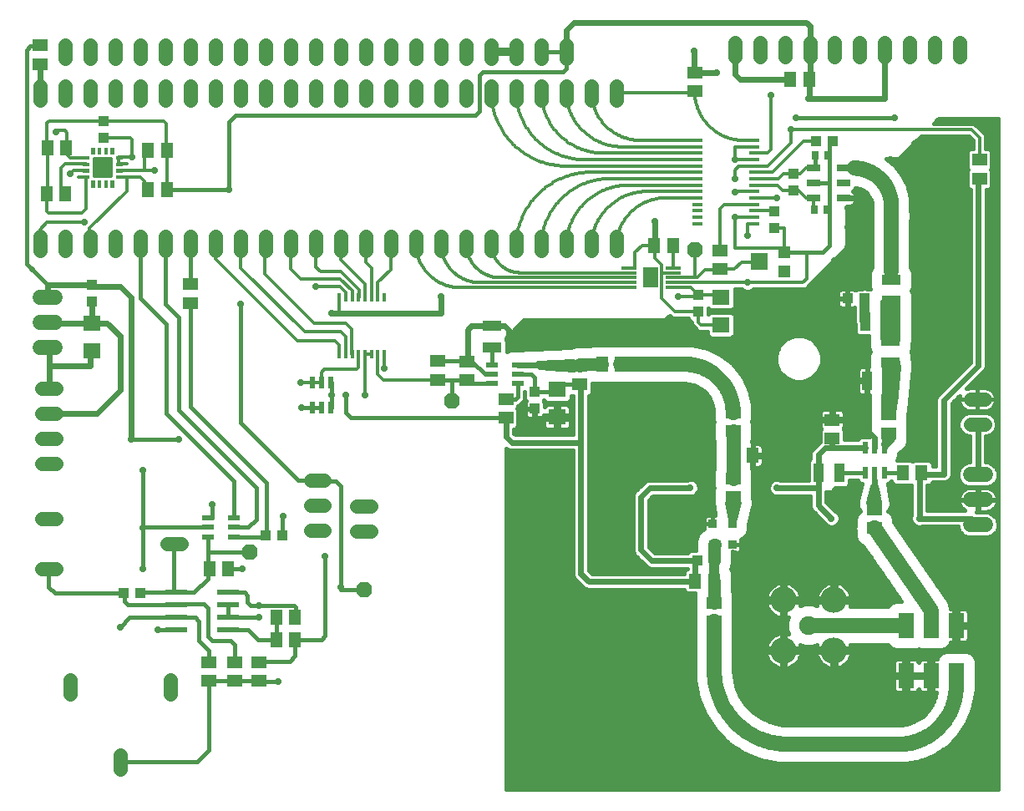
<source format=gbr>
G75*
%MOIN*%
%OFA0B0*%
%FSLAX25Y25*%
%IPPOS*%
%LPD*%
%AMOC8*
5,1,8,0,0,1.08239X$1,22.5*
%
%ADD10R,0.04331X0.03937*%
%ADD11R,0.07795X0.04016*%
%ADD12R,0.04016X0.07795*%
%ADD13R,0.05906X0.05118*%
%ADD14R,0.05118X0.05906*%
%ADD15R,0.03937X0.04331*%
%ADD16R,0.07087X0.06299*%
%ADD17C,0.07500*%
%ADD18C,0.10500*%
%ADD19C,0.05600*%
%ADD20R,0.03900X0.01200*%
%ADD21R,0.05600X0.02800*%
%ADD22R,0.02165X0.04724*%
%ADD23R,0.04724X0.02165*%
%ADD24R,0.03300X0.03300*%
%ADD25R,0.04700X0.03300*%
%ADD26R,0.05118X0.06299*%
%ADD27R,0.08661X0.02362*%
%ADD28R,0.06299X0.01181*%
%ADD29R,0.05906X0.07874*%
%ADD30R,0.01378X0.03543*%
%ADD31R,0.05000X0.05000*%
%ADD32R,0.06600X0.06600*%
%ADD33C,0.06000*%
%ADD34C,0.00276*%
%ADD35C,0.01654*%
%ADD36R,0.06299X0.05118*%
%ADD37R,0.02756X0.03543*%
%ADD38R,0.06496X0.10000*%
%ADD39OC8,0.06300*%
%ADD40C,0.01200*%
%ADD41C,0.02400*%
%ADD42C,0.02781*%
%ADD43C,0.01600*%
%ADD44C,0.05906*%
%ADD45C,0.03200*%
%ADD46C,0.04000*%
%ADD47C,0.01969*%
%ADD48C,0.05000*%
%ADD49R,0.03962X0.03962*%
D10*
X0045354Y0093494D03*
X0052047Y0093494D03*
X0102047Y0116722D03*
X0108740Y0116722D03*
X0274242Y0106545D03*
X0280935Y0106545D03*
X0334338Y0211158D03*
X0341031Y0211158D03*
X0312802Y0254236D03*
X0312802Y0260929D03*
X0321614Y0273839D03*
X0328307Y0273839D03*
D11*
X0351698Y0218673D03*
X0351698Y0210173D03*
X0351501Y0194205D03*
X0351501Y0185705D03*
X0192451Y0191726D03*
X0192451Y0200226D03*
D12*
X0322657Y0141604D03*
X0331157Y0141604D03*
X0342195Y0178307D03*
X0350695Y0178307D03*
X0349779Y0202057D03*
X0341279Y0202057D03*
D13*
X0350738Y0164882D03*
X0350738Y0157402D03*
X0328150Y0155295D03*
X0328150Y0162776D03*
X0288583Y0165758D03*
X0288583Y0158278D03*
X0288583Y0139419D03*
X0288583Y0131939D03*
X0281102Y0089656D03*
X0281102Y0082175D03*
X0344990Y0119567D03*
X0344990Y0127047D03*
X0283346Y0222825D03*
X0283346Y0230305D03*
X0227451Y0184331D03*
X0227451Y0176850D03*
X0197904Y0171033D03*
X0197904Y0163553D03*
X0182303Y0178612D03*
X0182303Y0186093D03*
X0170748Y0186211D03*
X0170748Y0178730D03*
X0071929Y0209439D03*
X0071929Y0216919D03*
X0079409Y0066132D03*
X0079409Y0058652D03*
X0089646Y0058652D03*
X0099488Y0058652D03*
X0099488Y0066132D03*
X0089646Y0066132D03*
X0273248Y0293927D03*
X0273248Y0301407D03*
X0386890Y0266526D03*
X0386890Y0259045D03*
D14*
X0264646Y0232470D03*
X0257165Y0232470D03*
X0243780Y0184911D03*
X0236299Y0184911D03*
X0288789Y0148484D03*
X0296270Y0148484D03*
X0356378Y0141594D03*
X0363858Y0141594D03*
X0280935Y0098415D03*
X0273455Y0098415D03*
X0113858Y0084045D03*
X0106378Y0084045D03*
X0106378Y0074990D03*
X0113858Y0074990D03*
X0087087Y0103337D03*
X0079606Y0103337D03*
X0022126Y0252943D03*
X0014646Y0252943D03*
X0015039Y0271447D03*
X0022520Y0271447D03*
X0055197Y0270266D03*
X0062677Y0270266D03*
X0062677Y0254518D03*
X0055197Y0254518D03*
D15*
X0037283Y0275187D03*
X0037283Y0281880D03*
X0032559Y0216526D03*
X0032559Y0209833D03*
X0209449Y0173917D03*
X0209449Y0167224D03*
X0274685Y0205896D03*
X0274685Y0212589D03*
X0304941Y0239311D03*
X0304941Y0246004D03*
D16*
X0283740Y0211604D03*
X0283740Y0200581D03*
X0218356Y0174902D03*
X0218356Y0163878D03*
X0032559Y0190344D03*
X0032559Y0201368D03*
D17*
X0318730Y0080768D03*
D18*
X0308691Y0090807D03*
X0328769Y0090807D03*
X0328769Y0070729D03*
X0308691Y0070729D03*
D19*
X0043976Y0029050D02*
X0043976Y0023450D01*
X0023976Y0053450D02*
X0023976Y0059050D01*
X0063976Y0059050D02*
X0063976Y0053450D01*
X0018312Y0103258D02*
X0012712Y0103258D01*
X0012712Y0123258D02*
X0018312Y0123258D01*
X0018430Y0145187D02*
X0012830Y0145187D01*
X0012830Y0155187D02*
X0018430Y0155187D01*
X0018430Y0165266D02*
X0012830Y0165266D01*
X0012830Y0175266D02*
X0018430Y0175266D01*
X0022008Y0230379D02*
X0022008Y0235979D01*
X0032008Y0235979D02*
X0032008Y0230379D01*
X0042008Y0230379D02*
X0042008Y0235979D01*
X0052008Y0235979D02*
X0052008Y0230379D01*
X0062008Y0230379D02*
X0062008Y0235979D01*
X0072008Y0235979D02*
X0072008Y0230379D01*
X0082008Y0230379D02*
X0082008Y0235979D01*
X0092008Y0235979D02*
X0092008Y0230379D01*
X0102008Y0230379D02*
X0102008Y0235979D01*
X0112008Y0235979D02*
X0112008Y0230379D01*
X0122008Y0230379D02*
X0122008Y0235979D01*
X0132008Y0235979D02*
X0132008Y0230379D01*
X0142008Y0230379D02*
X0142008Y0235979D01*
X0152008Y0235979D02*
X0152008Y0230379D01*
X0162008Y0230379D02*
X0162008Y0235979D01*
X0172008Y0235979D02*
X0172008Y0230379D01*
X0182008Y0230379D02*
X0182008Y0235979D01*
X0192008Y0235979D02*
X0192008Y0230379D01*
X0202008Y0230379D02*
X0202008Y0235979D01*
X0212008Y0235979D02*
X0212008Y0230379D01*
X0222008Y0230379D02*
X0222008Y0235979D01*
X0232008Y0235979D02*
X0232008Y0230379D01*
X0242008Y0230379D02*
X0242008Y0235979D01*
X0242008Y0290379D02*
X0242008Y0295979D01*
X0232008Y0295979D02*
X0232008Y0290379D01*
X0222008Y0290379D02*
X0222008Y0295979D01*
X0212008Y0295979D02*
X0212008Y0290379D01*
X0202008Y0290379D02*
X0202008Y0295979D01*
X0192008Y0295979D02*
X0192008Y0290379D01*
X0182008Y0290379D02*
X0182008Y0295979D01*
X0172008Y0295979D02*
X0172008Y0290379D01*
X0162008Y0290379D02*
X0162008Y0295979D01*
X0152008Y0295979D02*
X0152008Y0290379D01*
X0142008Y0290379D02*
X0142008Y0295979D01*
X0132008Y0295979D02*
X0132008Y0290379D01*
X0122008Y0290379D02*
X0122008Y0295979D01*
X0112008Y0295979D02*
X0112008Y0290379D01*
X0102008Y0290379D02*
X0102008Y0295979D01*
X0092008Y0295979D02*
X0092008Y0290379D01*
X0082008Y0290379D02*
X0082008Y0295979D01*
X0072008Y0295979D02*
X0072008Y0290379D01*
X0062008Y0290379D02*
X0062008Y0295979D01*
X0052008Y0295979D02*
X0052008Y0290379D01*
X0042008Y0290379D02*
X0042008Y0295979D01*
X0032008Y0295979D02*
X0032008Y0290379D01*
X0022008Y0290379D02*
X0022008Y0295979D01*
X0012008Y0295979D02*
X0012008Y0290379D01*
X0021890Y0306836D02*
X0021890Y0312436D01*
X0031890Y0312436D02*
X0031890Y0306836D01*
X0041890Y0306836D02*
X0041890Y0312436D01*
X0051890Y0312436D02*
X0051890Y0306836D01*
X0061929Y0306836D02*
X0061929Y0312436D01*
X0071929Y0312436D02*
X0071929Y0306836D01*
X0081929Y0306836D02*
X0081929Y0312436D01*
X0091969Y0312436D02*
X0091969Y0306836D01*
X0101969Y0306836D02*
X0101969Y0312436D01*
X0111969Y0312436D02*
X0111969Y0306836D01*
X0121969Y0306836D02*
X0121969Y0312436D01*
X0132126Y0312436D02*
X0132126Y0306836D01*
X0142126Y0306836D02*
X0142126Y0312436D01*
X0152126Y0312436D02*
X0152126Y0306836D01*
X0162126Y0306836D02*
X0162126Y0312436D01*
X0172047Y0312436D02*
X0172047Y0306836D01*
X0182047Y0306836D02*
X0182047Y0312436D01*
X0191969Y0312436D02*
X0191969Y0306836D01*
X0201969Y0306836D02*
X0201969Y0312436D01*
X0211969Y0312436D02*
X0211969Y0306836D01*
X0221969Y0306836D02*
X0221969Y0312436D01*
X0289213Y0313223D02*
X0289213Y0307623D01*
X0299213Y0307623D02*
X0299213Y0313223D01*
X0309213Y0313223D02*
X0309213Y0307623D01*
X0319213Y0307623D02*
X0319213Y0313223D01*
X0329134Y0313223D02*
X0329134Y0307623D01*
X0339134Y0307623D02*
X0339134Y0313223D01*
X0349055Y0313223D02*
X0349055Y0307623D01*
X0359055Y0307623D02*
X0359055Y0313223D01*
X0369055Y0313223D02*
X0369055Y0307623D01*
X0379055Y0307623D02*
X0379055Y0313223D01*
X0383302Y0170935D02*
X0388902Y0170935D01*
X0388902Y0160935D02*
X0383302Y0160935D01*
X0288789Y0158278D02*
X0288789Y0148484D01*
X0288583Y0148484D01*
X0288583Y0139419D01*
X0288583Y0158278D02*
X0288789Y0158278D01*
X0144020Y0128415D02*
X0138420Y0128415D01*
X0138420Y0118415D02*
X0144020Y0118415D01*
X0125517Y0118533D02*
X0119917Y0118533D01*
X0119917Y0128533D02*
X0125517Y0128533D01*
X0125517Y0138533D02*
X0119917Y0138533D01*
X0068312Y0113258D02*
X0062712Y0113258D01*
X0012008Y0230379D02*
X0012008Y0235979D01*
D20*
X0274221Y0241033D03*
X0274221Y0243593D03*
X0274221Y0246152D03*
X0274221Y0248711D03*
X0274221Y0251270D03*
X0274221Y0253829D03*
X0274221Y0256388D03*
X0274221Y0258947D03*
X0274221Y0261506D03*
X0274221Y0264065D03*
X0274221Y0266624D03*
X0274221Y0269183D03*
X0274221Y0271742D03*
X0274221Y0274301D03*
X0297196Y0274301D03*
X0297196Y0271742D03*
X0297196Y0269183D03*
X0297196Y0266624D03*
X0297196Y0264065D03*
X0297196Y0261506D03*
X0297196Y0258947D03*
X0297196Y0256388D03*
X0297196Y0253829D03*
X0297196Y0251270D03*
X0297196Y0248711D03*
X0297196Y0246152D03*
X0297196Y0243593D03*
X0297196Y0241033D03*
D21*
X0320654Y0251274D03*
X0320654Y0257274D03*
X0320654Y0263274D03*
X0332654Y0263274D03*
X0332654Y0257274D03*
X0332654Y0251274D03*
D22*
X0341417Y0151762D03*
X0345157Y0151762D03*
X0348898Y0151762D03*
X0348898Y0141525D03*
X0345157Y0141526D03*
X0341417Y0141525D03*
X0128031Y0167509D03*
X0124291Y0167509D03*
X0120551Y0167509D03*
X0120551Y0177746D03*
X0124291Y0177746D03*
X0128031Y0177746D03*
D23*
X0192401Y0177156D03*
X0192401Y0180896D03*
X0192401Y0184636D03*
X0202638Y0184636D03*
X0202637Y0180896D03*
X0202638Y0177156D03*
X0089252Y0123612D03*
X0089252Y0119872D03*
X0089252Y0116132D03*
X0079015Y0116132D03*
X0079015Y0119872D03*
X0079015Y0123612D03*
D24*
X0280409Y0121216D03*
X0288309Y0121216D03*
X0288309Y0113016D03*
D25*
X0281209Y0113016D03*
D26*
X0311496Y0298612D03*
X0318976Y0298612D03*
D27*
X0086890Y0093907D03*
X0086890Y0088907D03*
X0086890Y0083907D03*
X0086890Y0078907D03*
X0066417Y0078907D03*
X0066417Y0083907D03*
X0066417Y0088907D03*
X0066417Y0093907D03*
D28*
X0246929Y0215541D03*
X0246929Y0217510D03*
X0246929Y0219478D03*
X0246929Y0221447D03*
X0246929Y0223415D03*
X0264646Y0223415D03*
X0264646Y0221447D03*
X0264646Y0219478D03*
X0264646Y0217510D03*
X0264646Y0215541D03*
D29*
X0255787Y0219478D03*
D30*
X0149390Y0211506D03*
X0146831Y0211506D03*
X0144272Y0211506D03*
X0141713Y0211506D03*
X0139154Y0211506D03*
X0136594Y0211506D03*
X0134035Y0211506D03*
X0131476Y0211506D03*
X0131476Y0188868D03*
X0134035Y0188868D03*
X0136594Y0188868D03*
X0139154Y0188868D03*
X0141713Y0188868D03*
X0144272Y0188868D03*
X0146831Y0188868D03*
X0149390Y0188868D03*
D31*
X0309075Y0222096D03*
X0309075Y0229596D03*
D32*
X0299075Y0225846D03*
D33*
X0383339Y0140896D02*
X0389339Y0140896D01*
X0389339Y0130896D02*
X0383339Y0130896D01*
X0383339Y0120896D02*
X0389339Y0120896D01*
X0018000Y0191762D02*
X0012000Y0191762D01*
X0012000Y0201762D02*
X0018000Y0201762D01*
X0018000Y0211762D02*
X0012000Y0211762D01*
D34*
X0032500Y0258218D02*
X0033602Y0258218D01*
X0033602Y0255738D01*
X0032500Y0255738D01*
X0032500Y0258218D01*
X0032500Y0256013D02*
X0033602Y0256013D01*
X0033602Y0256288D02*
X0032500Y0256288D01*
X0032500Y0256563D02*
X0033602Y0256563D01*
X0033602Y0256838D02*
X0032500Y0256838D01*
X0032500Y0257113D02*
X0033602Y0257113D01*
X0033602Y0257388D02*
X0032500Y0257388D01*
X0032500Y0257663D02*
X0033602Y0257663D01*
X0033602Y0257938D02*
X0032500Y0257938D01*
X0032500Y0258213D02*
X0033602Y0258213D01*
X0035059Y0258218D02*
X0036161Y0258218D01*
X0036161Y0255738D01*
X0035059Y0255738D01*
X0035059Y0258218D01*
X0035059Y0256013D02*
X0036161Y0256013D01*
X0036161Y0256288D02*
X0035059Y0256288D01*
X0035059Y0256563D02*
X0036161Y0256563D01*
X0036161Y0256838D02*
X0035059Y0256838D01*
X0035059Y0257113D02*
X0036161Y0257113D01*
X0036161Y0257388D02*
X0035059Y0257388D01*
X0035059Y0257663D02*
X0036161Y0257663D01*
X0036161Y0257938D02*
X0035059Y0257938D01*
X0035059Y0258213D02*
X0036161Y0258213D01*
X0037618Y0258218D02*
X0038720Y0258218D01*
X0038720Y0255738D01*
X0037618Y0255738D01*
X0037618Y0258218D01*
X0037618Y0256013D02*
X0038720Y0256013D01*
X0038720Y0256288D02*
X0037618Y0256288D01*
X0037618Y0256563D02*
X0038720Y0256563D01*
X0038720Y0256838D02*
X0037618Y0256838D01*
X0037618Y0257113D02*
X0038720Y0257113D01*
X0038720Y0257388D02*
X0037618Y0257388D01*
X0037618Y0257663D02*
X0038720Y0257663D01*
X0038720Y0257938D02*
X0037618Y0257938D01*
X0037618Y0258213D02*
X0038720Y0258213D01*
X0040177Y0258218D02*
X0041279Y0258218D01*
X0041279Y0255738D01*
X0040177Y0255738D01*
X0040177Y0258218D01*
X0040177Y0256013D02*
X0041279Y0256013D01*
X0041279Y0256288D02*
X0040177Y0256288D01*
X0040177Y0256563D02*
X0041279Y0256563D01*
X0041279Y0256838D02*
X0040177Y0256838D01*
X0040177Y0257113D02*
X0041279Y0257113D01*
X0041279Y0257388D02*
X0040177Y0257388D01*
X0040177Y0257663D02*
X0041279Y0257663D01*
X0041279Y0257938D02*
X0040177Y0257938D01*
X0040177Y0258213D02*
X0041279Y0258213D01*
X0042244Y0260285D02*
X0044724Y0260285D01*
X0044724Y0259183D01*
X0042244Y0259183D01*
X0042244Y0260285D01*
X0042244Y0259458D02*
X0044724Y0259458D01*
X0044724Y0259733D02*
X0042244Y0259733D01*
X0042244Y0260008D02*
X0044724Y0260008D01*
X0044724Y0260283D02*
X0042244Y0260283D01*
X0042244Y0262844D02*
X0044724Y0262844D01*
X0044724Y0261742D01*
X0042244Y0261742D01*
X0042244Y0262844D01*
X0042244Y0262017D02*
X0044724Y0262017D01*
X0044724Y0262292D02*
X0042244Y0262292D01*
X0042244Y0262567D02*
X0044724Y0262567D01*
X0044724Y0262842D02*
X0042244Y0262842D01*
X0042244Y0265403D02*
X0044724Y0265403D01*
X0044724Y0264301D01*
X0042244Y0264301D01*
X0042244Y0265403D01*
X0042244Y0264576D02*
X0044724Y0264576D01*
X0044724Y0264851D02*
X0042244Y0264851D01*
X0042244Y0265126D02*
X0044724Y0265126D01*
X0044724Y0265401D02*
X0042244Y0265401D01*
X0042244Y0267962D02*
X0044724Y0267962D01*
X0044724Y0266860D01*
X0042244Y0266860D01*
X0042244Y0267962D01*
X0042244Y0267135D02*
X0044724Y0267135D01*
X0044724Y0267410D02*
X0042244Y0267410D01*
X0042244Y0267685D02*
X0044724Y0267685D01*
X0044724Y0267960D02*
X0042244Y0267960D01*
X0041279Y0271407D02*
X0040177Y0271407D01*
X0041279Y0271407D02*
X0041279Y0268927D01*
X0040177Y0268927D01*
X0040177Y0271407D01*
X0040177Y0269202D02*
X0041279Y0269202D01*
X0041279Y0269477D02*
X0040177Y0269477D01*
X0040177Y0269752D02*
X0041279Y0269752D01*
X0041279Y0270027D02*
X0040177Y0270027D01*
X0040177Y0270302D02*
X0041279Y0270302D01*
X0041279Y0270577D02*
X0040177Y0270577D01*
X0040177Y0270852D02*
X0041279Y0270852D01*
X0041279Y0271127D02*
X0040177Y0271127D01*
X0040177Y0271402D02*
X0041279Y0271402D01*
X0038720Y0271407D02*
X0037618Y0271407D01*
X0038720Y0271407D02*
X0038720Y0268927D01*
X0037618Y0268927D01*
X0037618Y0271407D01*
X0037618Y0269202D02*
X0038720Y0269202D01*
X0038720Y0269477D02*
X0037618Y0269477D01*
X0037618Y0269752D02*
X0038720Y0269752D01*
X0038720Y0270027D02*
X0037618Y0270027D01*
X0037618Y0270302D02*
X0038720Y0270302D01*
X0038720Y0270577D02*
X0037618Y0270577D01*
X0037618Y0270852D02*
X0038720Y0270852D01*
X0038720Y0271127D02*
X0037618Y0271127D01*
X0037618Y0271402D02*
X0038720Y0271402D01*
X0036161Y0271407D02*
X0035059Y0271407D01*
X0036161Y0271407D02*
X0036161Y0268927D01*
X0035059Y0268927D01*
X0035059Y0271407D01*
X0035059Y0269202D02*
X0036161Y0269202D01*
X0036161Y0269477D02*
X0035059Y0269477D01*
X0035059Y0269752D02*
X0036161Y0269752D01*
X0036161Y0270027D02*
X0035059Y0270027D01*
X0035059Y0270302D02*
X0036161Y0270302D01*
X0036161Y0270577D02*
X0035059Y0270577D01*
X0035059Y0270852D02*
X0036161Y0270852D01*
X0036161Y0271127D02*
X0035059Y0271127D01*
X0035059Y0271402D02*
X0036161Y0271402D01*
X0033602Y0271407D02*
X0032500Y0271407D01*
X0033602Y0271407D02*
X0033602Y0268927D01*
X0032500Y0268927D01*
X0032500Y0271407D01*
X0032500Y0269202D02*
X0033602Y0269202D01*
X0033602Y0269477D02*
X0032500Y0269477D01*
X0032500Y0269752D02*
X0033602Y0269752D01*
X0033602Y0270027D02*
X0032500Y0270027D01*
X0032500Y0270302D02*
X0033602Y0270302D01*
X0033602Y0270577D02*
X0032500Y0270577D01*
X0032500Y0270852D02*
X0033602Y0270852D01*
X0033602Y0271127D02*
X0032500Y0271127D01*
X0032500Y0271402D02*
X0033602Y0271402D01*
X0031535Y0267962D02*
X0029055Y0267962D01*
X0031535Y0267962D02*
X0031535Y0266860D01*
X0029055Y0266860D01*
X0029055Y0267962D01*
X0029055Y0267135D02*
X0031535Y0267135D01*
X0031535Y0267410D02*
X0029055Y0267410D01*
X0029055Y0267685D02*
X0031535Y0267685D01*
X0031535Y0267960D02*
X0029055Y0267960D01*
X0029055Y0265403D02*
X0031535Y0265403D01*
X0031535Y0264301D01*
X0029055Y0264301D01*
X0029055Y0265403D01*
X0029055Y0264576D02*
X0031535Y0264576D01*
X0031535Y0264851D02*
X0029055Y0264851D01*
X0029055Y0265126D02*
X0031535Y0265126D01*
X0031535Y0265401D02*
X0029055Y0265401D01*
X0029055Y0262844D02*
X0031535Y0262844D01*
X0031535Y0261742D01*
X0029055Y0261742D01*
X0029055Y0262844D01*
X0029055Y0262017D02*
X0031535Y0262017D01*
X0031535Y0262292D02*
X0029055Y0262292D01*
X0029055Y0262567D02*
X0031535Y0262567D01*
X0031535Y0262842D02*
X0029055Y0262842D01*
X0029055Y0260285D02*
X0031535Y0260285D01*
X0031535Y0259183D01*
X0029055Y0259183D01*
X0029055Y0260285D01*
X0029055Y0259458D02*
X0031535Y0259458D01*
X0031535Y0259733D02*
X0029055Y0259733D01*
X0029055Y0260008D02*
X0031535Y0260008D01*
X0031535Y0260283D02*
X0029055Y0260283D01*
D35*
X0033583Y0266880D02*
X0040197Y0266880D01*
X0040197Y0260266D01*
X0033583Y0260266D01*
X0033583Y0266880D01*
X0033583Y0261919D02*
X0040197Y0261919D01*
X0040197Y0263572D02*
X0033583Y0263572D01*
X0033583Y0265225D02*
X0040197Y0265225D01*
X0040197Y0266878D02*
X0033583Y0266878D01*
D36*
X0012087Y0304715D03*
X0012087Y0312195D03*
D37*
X0320945Y0246644D03*
X0326063Y0246644D03*
X0326457Y0268297D03*
X0321339Y0268297D03*
D38*
X0357598Y0080659D03*
X0367598Y0080659D03*
X0377598Y0080659D03*
X0377598Y0060659D03*
X0367598Y0060659D03*
X0357598Y0060659D03*
D39*
X0176260Y0170266D03*
X0095551Y0110030D03*
X0141220Y0095069D03*
X0273504Y0230502D03*
D40*
X0273504Y0219478D01*
X0274291Y0219478D01*
X0277441Y0222628D01*
X0283150Y0222628D01*
X0283346Y0222825D01*
X0289055Y0222825D01*
X0292008Y0225778D01*
X0299006Y0225778D01*
X0299075Y0225846D01*
X0307362Y0229734D02*
X0307362Y0231289D01*
X0289252Y0231289D01*
X0289252Y0243494D01*
X0289350Y0243593D01*
X0297196Y0243593D01*
X0297196Y0246152D02*
X0304793Y0246152D01*
X0304941Y0246004D01*
X0297196Y0248711D02*
X0285020Y0248711D01*
X0283346Y0247037D01*
X0283346Y0230305D01*
X0294370Y0236407D02*
X0294370Y0241033D01*
X0297196Y0241033D01*
X0304941Y0239311D02*
X0309075Y0239311D01*
X0309075Y0229596D01*
X0308937Y0229734D01*
X0307362Y0229734D01*
X0317205Y0229715D02*
X0317992Y0228927D01*
X0317992Y0219085D01*
X0316417Y0217510D01*
X0294370Y0217510D01*
X0287677Y0217510D01*
X0264646Y0217510D01*
X0264646Y0219478D02*
X0273504Y0219478D01*
X0271732Y0215541D02*
X0274685Y0212589D01*
X0276654Y0212589D01*
X0276063Y0211998D01*
X0266811Y0211998D01*
X0264646Y0215541D02*
X0271732Y0215541D01*
X0276654Y0212589D02*
X0285118Y0212589D01*
X0285709Y0211998D01*
X0284134Y0211998D01*
X0283740Y0211604D01*
X0274685Y0205896D02*
X0265433Y0205896D01*
X0260118Y0211211D01*
X0260118Y0221447D01*
X0260118Y0224596D01*
X0257362Y0227352D01*
X0257362Y0232274D01*
X0257165Y0232470D01*
X0252244Y0232470D01*
X0249488Y0229715D01*
X0249488Y0223415D01*
X0246929Y0223415D01*
X0246929Y0221447D02*
X0203740Y0221447D01*
X0195709Y0219478D02*
X0246929Y0219478D01*
X0246929Y0217510D02*
X0187677Y0217510D01*
X0181772Y0215541D02*
X0246929Y0215541D01*
X0260118Y0221447D02*
X0264646Y0221447D01*
X0264646Y0223415D02*
X0264646Y0232470D01*
X0263248Y0251269D02*
X0262772Y0251301D01*
X0262296Y0251322D01*
X0261819Y0251331D01*
X0261342Y0251329D01*
X0260866Y0251315D01*
X0260390Y0251290D01*
X0259915Y0251253D01*
X0259440Y0251205D01*
X0258967Y0251146D01*
X0258496Y0251074D01*
X0258026Y0250992D01*
X0257559Y0250898D01*
X0257094Y0250793D01*
X0256632Y0250677D01*
X0256172Y0250550D01*
X0255716Y0250411D01*
X0255263Y0250262D01*
X0254814Y0250101D01*
X0254369Y0249930D01*
X0253929Y0249748D01*
X0253492Y0249556D01*
X0253061Y0249353D01*
X0252635Y0249140D01*
X0252214Y0248916D01*
X0251798Y0248683D01*
X0251388Y0248439D01*
X0250984Y0248186D01*
X0250587Y0247922D01*
X0250196Y0247650D01*
X0249811Y0247368D01*
X0249434Y0247077D01*
X0249064Y0246776D01*
X0248701Y0246467D01*
X0248345Y0246149D01*
X0247998Y0245823D01*
X0247658Y0245488D01*
X0247327Y0245146D01*
X0247004Y0244795D01*
X0246689Y0244437D01*
X0246384Y0244071D01*
X0246087Y0243698D01*
X0245799Y0243318D01*
X0245521Y0242931D01*
X0245252Y0242537D01*
X0244992Y0242137D01*
X0244743Y0241731D01*
X0244503Y0241319D01*
X0244273Y0240901D01*
X0244054Y0240478D01*
X0243844Y0240050D01*
X0243645Y0239616D01*
X0243457Y0239179D01*
X0243279Y0238736D01*
X0243112Y0238290D01*
X0242956Y0237839D01*
X0242811Y0237385D01*
X0242677Y0236928D01*
X0242554Y0236467D01*
X0242442Y0236004D01*
X0242341Y0235538D01*
X0242252Y0235069D01*
X0242174Y0234599D01*
X0242107Y0234127D01*
X0242052Y0233653D01*
X0242008Y0233179D01*
X0240925Y0258947D02*
X0240264Y0258977D01*
X0239602Y0258991D01*
X0238940Y0258989D01*
X0238279Y0258971D01*
X0237618Y0258937D01*
X0236958Y0258887D01*
X0236299Y0258822D01*
X0235642Y0258740D01*
X0234988Y0258642D01*
X0234336Y0258529D01*
X0233686Y0258400D01*
X0233041Y0258255D01*
X0232398Y0258095D01*
X0231760Y0257919D01*
X0231127Y0257728D01*
X0230498Y0257522D01*
X0229874Y0257300D01*
X0229256Y0257064D01*
X0228644Y0256813D01*
X0228038Y0256547D01*
X0227438Y0256266D01*
X0226846Y0255971D01*
X0226261Y0255662D01*
X0225683Y0255338D01*
X0225114Y0255001D01*
X0224552Y0254650D01*
X0224000Y0254286D01*
X0223456Y0253909D01*
X0222922Y0253518D01*
X0222397Y0253115D01*
X0221882Y0252699D01*
X0221378Y0252270D01*
X0220884Y0251830D01*
X0220400Y0251378D01*
X0219928Y0250914D01*
X0219467Y0250439D01*
X0219018Y0249953D01*
X0218580Y0249457D01*
X0218155Y0248950D01*
X0217742Y0248432D01*
X0217342Y0247905D01*
X0216954Y0247369D01*
X0216580Y0246823D01*
X0216219Y0246268D01*
X0215871Y0245705D01*
X0215537Y0245134D01*
X0215217Y0244554D01*
X0214911Y0243967D01*
X0214620Y0243373D01*
X0214343Y0242772D01*
X0214080Y0242165D01*
X0213832Y0241551D01*
X0213599Y0240932D01*
X0213381Y0240307D01*
X0213179Y0239677D01*
X0212991Y0239042D01*
X0212819Y0238403D01*
X0212663Y0237760D01*
X0212522Y0237113D01*
X0212396Y0236463D01*
X0212287Y0235810D01*
X0212193Y0235155D01*
X0212115Y0234498D01*
X0212053Y0233839D01*
X0212007Y0233179D01*
X0203740Y0221447D02*
X0203457Y0221450D01*
X0203173Y0221461D01*
X0202890Y0221478D01*
X0202608Y0221502D01*
X0202326Y0221533D01*
X0202045Y0221570D01*
X0201765Y0221614D01*
X0201486Y0221666D01*
X0201208Y0221723D01*
X0200932Y0221788D01*
X0200658Y0221859D01*
X0200385Y0221937D01*
X0200115Y0222021D01*
X0199846Y0222112D01*
X0199580Y0222209D01*
X0199316Y0222313D01*
X0199055Y0222423D01*
X0198796Y0222540D01*
X0198540Y0222662D01*
X0198288Y0222791D01*
X0198038Y0222926D01*
X0197792Y0223066D01*
X0197550Y0223213D01*
X0197311Y0223366D01*
X0197075Y0223524D01*
X0196844Y0223688D01*
X0196617Y0223857D01*
X0196394Y0224032D01*
X0196175Y0224212D01*
X0195960Y0224397D01*
X0195750Y0224588D01*
X0195545Y0224784D01*
X0195345Y0224984D01*
X0195149Y0225189D01*
X0194958Y0225399D01*
X0194773Y0225614D01*
X0194593Y0225833D01*
X0194418Y0226056D01*
X0194249Y0226283D01*
X0194085Y0226514D01*
X0193927Y0226750D01*
X0193774Y0226989D01*
X0193627Y0227231D01*
X0193487Y0227477D01*
X0193352Y0227727D01*
X0193223Y0227979D01*
X0193101Y0228235D01*
X0192984Y0228494D01*
X0192874Y0228755D01*
X0192770Y0229019D01*
X0192673Y0229285D01*
X0192582Y0229554D01*
X0192498Y0229824D01*
X0192420Y0230097D01*
X0192349Y0230371D01*
X0192284Y0230647D01*
X0192227Y0230925D01*
X0192175Y0231204D01*
X0192131Y0231484D01*
X0192094Y0231765D01*
X0192063Y0232047D01*
X0192039Y0232329D01*
X0192022Y0232612D01*
X0192011Y0232896D01*
X0192008Y0233179D01*
X0182008Y0233179D02*
X0182012Y0232848D01*
X0182024Y0232517D01*
X0182044Y0232187D01*
X0182072Y0231857D01*
X0182108Y0231528D01*
X0182152Y0231199D01*
X0182204Y0230872D01*
X0182263Y0230547D01*
X0182331Y0230223D01*
X0182406Y0229900D01*
X0182489Y0229580D01*
X0182580Y0229261D01*
X0182679Y0228945D01*
X0182785Y0228632D01*
X0182898Y0228321D01*
X0183019Y0228012D01*
X0183148Y0227707D01*
X0183284Y0227405D01*
X0183427Y0227107D01*
X0183577Y0226812D01*
X0183735Y0226521D01*
X0183899Y0226233D01*
X0184070Y0225950D01*
X0184249Y0225671D01*
X0184433Y0225396D01*
X0184625Y0225126D01*
X0184822Y0224860D01*
X0185027Y0224600D01*
X0185237Y0224344D01*
X0185454Y0224094D01*
X0185676Y0223848D01*
X0185905Y0223609D01*
X0186139Y0223375D01*
X0186378Y0223146D01*
X0186624Y0222924D01*
X0186874Y0222707D01*
X0187130Y0222497D01*
X0187390Y0222292D01*
X0187656Y0222095D01*
X0187926Y0221903D01*
X0188201Y0221719D01*
X0188480Y0221540D01*
X0188763Y0221369D01*
X0189051Y0221205D01*
X0189342Y0221047D01*
X0189637Y0220897D01*
X0189935Y0220754D01*
X0190237Y0220618D01*
X0190542Y0220489D01*
X0190851Y0220368D01*
X0191162Y0220255D01*
X0191475Y0220149D01*
X0191791Y0220050D01*
X0192110Y0219959D01*
X0192430Y0219876D01*
X0192753Y0219801D01*
X0193077Y0219733D01*
X0193402Y0219674D01*
X0193729Y0219622D01*
X0194058Y0219578D01*
X0194387Y0219542D01*
X0194717Y0219514D01*
X0195047Y0219494D01*
X0195378Y0219482D01*
X0195709Y0219478D01*
X0181772Y0215541D02*
X0180827Y0215541D01*
X0179646Y0215541D01*
X0179220Y0215546D01*
X0178794Y0215562D01*
X0178368Y0215587D01*
X0177944Y0215623D01*
X0177520Y0215670D01*
X0177098Y0215726D01*
X0176677Y0215793D01*
X0176257Y0215870D01*
X0175840Y0215957D01*
X0175425Y0216054D01*
X0175012Y0216161D01*
X0174602Y0216277D01*
X0174196Y0216404D01*
X0173792Y0216541D01*
X0173391Y0216687D01*
X0172995Y0216843D01*
X0172602Y0217009D01*
X0172213Y0217184D01*
X0171829Y0217368D01*
X0171449Y0217561D01*
X0171074Y0217764D01*
X0170704Y0217976D01*
X0170339Y0218196D01*
X0169980Y0218425D01*
X0169626Y0218663D01*
X0169279Y0218910D01*
X0168937Y0219164D01*
X0168601Y0219427D01*
X0168272Y0219698D01*
X0167950Y0219977D01*
X0167634Y0220263D01*
X0167326Y0220557D01*
X0167024Y0220859D01*
X0166730Y0221167D01*
X0166444Y0221483D01*
X0166165Y0221805D01*
X0165894Y0222134D01*
X0165631Y0222470D01*
X0165377Y0222812D01*
X0165130Y0223159D01*
X0164892Y0223513D01*
X0164663Y0223872D01*
X0164443Y0224237D01*
X0164231Y0224607D01*
X0164028Y0224982D01*
X0163835Y0225362D01*
X0163651Y0225746D01*
X0163476Y0226135D01*
X0163310Y0226528D01*
X0163154Y0226924D01*
X0163008Y0227325D01*
X0162871Y0227729D01*
X0162744Y0228135D01*
X0162628Y0228545D01*
X0162521Y0228958D01*
X0162424Y0229373D01*
X0162337Y0229790D01*
X0162260Y0230210D01*
X0162193Y0230631D01*
X0162137Y0231053D01*
X0162090Y0231477D01*
X0162054Y0231901D01*
X0162029Y0232327D01*
X0162013Y0232753D01*
X0162008Y0233179D01*
X0152008Y0233179D02*
X0152008Y0222785D01*
X0146831Y0217608D01*
X0146831Y0211506D01*
X0144370Y0211604D02*
X0144272Y0211506D01*
X0144370Y0211604D02*
X0144370Y0223415D01*
X0142008Y0225778D01*
X0142008Y0233179D01*
X0132008Y0233179D02*
X0132008Y0226722D01*
X0141614Y0217116D01*
X0141614Y0211604D01*
X0141713Y0211506D01*
X0139252Y0211604D02*
X0139252Y0214754D01*
X0132165Y0221841D01*
X0123898Y0221841D01*
X0122008Y0223730D01*
X0122008Y0233179D01*
X0112087Y0233100D02*
X0112087Y0223022D01*
X0116024Y0219085D01*
X0131772Y0219085D01*
X0136594Y0214262D01*
X0136594Y0211506D01*
X0134134Y0211604D02*
X0134035Y0211506D01*
X0134134Y0211604D02*
X0134134Y0213573D01*
X0131772Y0215935D01*
X0121929Y0215935D01*
X0131378Y0211506D02*
X0131378Y0205305D01*
X0134134Y0201368D02*
X0121535Y0201368D01*
X0101850Y0221053D01*
X0101850Y0233022D01*
X0102008Y0233179D01*
X0112008Y0233179D02*
X0112087Y0233100D01*
X0092008Y0233179D02*
X0092008Y0223415D01*
X0117598Y0197825D01*
X0132165Y0197825D01*
X0134134Y0195856D01*
X0134134Y0188967D01*
X0134035Y0188868D01*
X0136496Y0188967D02*
X0136594Y0188868D01*
X0136496Y0188967D02*
X0136496Y0199006D01*
X0134134Y0201368D01*
X0129803Y0194281D02*
X0114843Y0194281D01*
X0082165Y0226959D01*
X0082165Y0233022D01*
X0082008Y0233179D01*
X0062677Y0254518D02*
X0062677Y0270266D01*
X0062480Y0270463D01*
X0062480Y0280896D01*
X0061496Y0281880D01*
X0037283Y0281880D01*
X0037087Y0282077D01*
X0015630Y0282077D01*
X0014843Y0281289D01*
X0014843Y0271644D01*
X0015039Y0271447D01*
X0015039Y0253337D01*
X0014646Y0252943D01*
X0014843Y0252746D01*
X0014843Y0245856D01*
X0015236Y0245463D01*
X0028622Y0245463D01*
X0030295Y0247136D01*
X0030295Y0259734D01*
X0027441Y0259734D01*
X0025374Y0262293D02*
X0023898Y0260817D01*
X0025374Y0262293D02*
X0030295Y0262293D01*
X0030295Y0264852D02*
X0022028Y0264852D01*
X0020354Y0263179D01*
X0020354Y0254715D01*
X0022126Y0252943D01*
X0014843Y0241526D02*
X0012087Y0238770D01*
X0012087Y0233258D01*
X0012008Y0233179D01*
X0014843Y0241526D02*
X0029803Y0241526D01*
X0031772Y0239163D02*
X0031772Y0233415D01*
X0032008Y0233179D01*
X0031772Y0239163D02*
X0046732Y0254124D01*
X0046732Y0259734D01*
X0052146Y0259734D01*
X0053819Y0258061D01*
X0053819Y0255896D01*
X0055197Y0254518D01*
X0054213Y0262293D02*
X0053819Y0262687D01*
X0053819Y0268888D01*
X0055197Y0270266D01*
X0048701Y0267510D02*
X0043484Y0267510D01*
X0043484Y0267411D01*
X0043484Y0264852D01*
X0046732Y0264852D01*
X0048701Y0267510D02*
X0048701Y0274596D01*
X0047913Y0275384D01*
X0037480Y0275384D01*
X0037283Y0275187D01*
X0043583Y0267510D02*
X0043484Y0267411D01*
X0043484Y0262293D02*
X0054213Y0262293D01*
X0057756Y0262293D01*
X0057756Y0262392D01*
X0046732Y0259734D02*
X0043484Y0259734D01*
X0030295Y0267411D02*
X0023996Y0267411D01*
X0022323Y0269085D01*
X0022323Y0271250D01*
X0022520Y0271447D01*
X0022815Y0271742D01*
X0022815Y0277254D01*
X0021929Y0278140D01*
X0018780Y0278140D01*
X0018386Y0277746D01*
X0131378Y0211506D02*
X0131476Y0211506D01*
X0139154Y0211506D02*
X0139252Y0211604D01*
X0129803Y0194281D02*
X0131476Y0192608D01*
X0131476Y0188868D01*
X0139154Y0188868D02*
X0139154Y0183553D01*
X0138465Y0182864D01*
X0125472Y0182864D01*
X0124291Y0181683D01*
X0124291Y0177746D01*
X0120552Y0177746D01*
X0120551Y0177746D01*
X0116024Y0177746D01*
X0116024Y0177746D01*
X0141614Y0172628D02*
X0141614Y0188868D01*
X0141713Y0188868D01*
X0144272Y0188868D01*
X0146732Y0188770D02*
X0146831Y0188868D01*
X0146732Y0188770D02*
X0146732Y0180896D01*
X0148898Y0178730D01*
X0170748Y0178730D01*
X0149488Y0183258D02*
X0149390Y0183258D01*
X0149390Y0188868D01*
X0187677Y0217510D02*
X0187298Y0217515D01*
X0186920Y0217528D01*
X0186542Y0217551D01*
X0186165Y0217583D01*
X0185788Y0217624D01*
X0185413Y0217674D01*
X0185039Y0217734D01*
X0184667Y0217802D01*
X0184296Y0217879D01*
X0183927Y0217965D01*
X0183561Y0218060D01*
X0183197Y0218164D01*
X0182835Y0218277D01*
X0182476Y0218398D01*
X0182121Y0218528D01*
X0181768Y0218667D01*
X0181419Y0218814D01*
X0181074Y0218969D01*
X0180733Y0219133D01*
X0180395Y0219305D01*
X0180062Y0219485D01*
X0179733Y0219673D01*
X0179409Y0219869D01*
X0179090Y0220072D01*
X0178776Y0220284D01*
X0178467Y0220503D01*
X0178163Y0220729D01*
X0177865Y0220962D01*
X0177573Y0221203D01*
X0177287Y0221451D01*
X0177006Y0221705D01*
X0176732Y0221966D01*
X0176464Y0222234D01*
X0176203Y0222508D01*
X0175949Y0222789D01*
X0175701Y0223075D01*
X0175460Y0223367D01*
X0175227Y0223665D01*
X0175001Y0223969D01*
X0174782Y0224278D01*
X0174570Y0224592D01*
X0174367Y0224911D01*
X0174171Y0225235D01*
X0173983Y0225564D01*
X0173803Y0225897D01*
X0173631Y0226235D01*
X0173467Y0226576D01*
X0173312Y0226921D01*
X0173165Y0227270D01*
X0173026Y0227623D01*
X0172896Y0227978D01*
X0172775Y0228337D01*
X0172662Y0228699D01*
X0172558Y0229063D01*
X0172463Y0229429D01*
X0172377Y0229798D01*
X0172300Y0230169D01*
X0172232Y0230541D01*
X0172172Y0230915D01*
X0172122Y0231290D01*
X0172081Y0231667D01*
X0172049Y0232044D01*
X0172026Y0232422D01*
X0172013Y0232800D01*
X0172008Y0233179D01*
X0222697Y0264065D02*
X0274221Y0264065D01*
X0274221Y0266624D02*
X0230138Y0266624D01*
X0233484Y0261506D02*
X0274221Y0261506D01*
X0274221Y0258947D02*
X0240925Y0258947D01*
X0248366Y0256388D02*
X0274221Y0256388D01*
X0274221Y0253829D02*
X0255807Y0253829D01*
X0263248Y0251270D02*
X0274221Y0251270D01*
X0289252Y0253730D02*
X0289252Y0253829D01*
X0297196Y0253829D01*
X0297196Y0256388D02*
X0306280Y0256388D01*
X0308431Y0254236D01*
X0312802Y0254236D01*
X0314731Y0254236D01*
X0317598Y0251368D01*
X0320559Y0251368D01*
X0320654Y0251274D01*
X0320654Y0246644D01*
X0320945Y0246644D01*
X0326063Y0246644D02*
X0327047Y0246644D01*
X0332654Y0263274D02*
X0336890Y0263274D01*
X0336890Y0263179D01*
X0327047Y0267116D02*
X0327047Y0267510D01*
X0320654Y0263274D02*
X0320559Y0263179D01*
X0317598Y0263179D01*
X0315348Y0260929D01*
X0312802Y0260929D01*
X0312690Y0260817D01*
X0308543Y0260817D01*
X0306673Y0258947D01*
X0297196Y0258947D01*
X0297196Y0261506D02*
X0304508Y0261506D01*
X0316811Y0273809D01*
X0321585Y0273809D01*
X0321614Y0273839D01*
X0311693Y0273415D02*
X0311693Y0278533D01*
X0383740Y0278533D01*
X0386890Y0275384D01*
X0386890Y0266526D01*
X0311693Y0273415D02*
X0302343Y0264065D01*
X0297196Y0264065D01*
X0297098Y0263967D01*
X0290827Y0263967D01*
X0289252Y0262392D01*
X0289252Y0258848D01*
X0289350Y0266624D02*
X0289252Y0266722D01*
X0289252Y0271742D01*
X0297196Y0271742D01*
X0297196Y0269183D02*
X0302343Y0269183D01*
X0303819Y0270659D01*
X0303819Y0292313D01*
X0292874Y0274301D02*
X0292400Y0274307D01*
X0291926Y0274324D01*
X0291452Y0274353D01*
X0290980Y0274393D01*
X0290508Y0274444D01*
X0290038Y0274507D01*
X0289570Y0274581D01*
X0289103Y0274667D01*
X0288639Y0274763D01*
X0288177Y0274871D01*
X0287718Y0274990D01*
X0287262Y0275120D01*
X0286809Y0275262D01*
X0286360Y0275414D01*
X0285915Y0275576D01*
X0285473Y0275750D01*
X0285036Y0275934D01*
X0284604Y0276129D01*
X0284176Y0276334D01*
X0283753Y0276549D01*
X0283336Y0276775D01*
X0282924Y0277010D01*
X0282519Y0277255D01*
X0282119Y0277510D01*
X0281725Y0277775D01*
X0281338Y0278049D01*
X0280958Y0278333D01*
X0280584Y0278625D01*
X0280218Y0278927D01*
X0279860Y0279237D01*
X0279508Y0279555D01*
X0279165Y0279883D01*
X0278830Y0280218D01*
X0278502Y0280561D01*
X0278184Y0280913D01*
X0277874Y0281271D01*
X0277572Y0281637D01*
X0277280Y0282011D01*
X0276996Y0282391D01*
X0276722Y0282778D01*
X0276457Y0283172D01*
X0276202Y0283572D01*
X0275957Y0283977D01*
X0275722Y0284389D01*
X0275496Y0284806D01*
X0275281Y0285229D01*
X0275076Y0285657D01*
X0274881Y0286089D01*
X0274697Y0286526D01*
X0274523Y0286968D01*
X0274361Y0287413D01*
X0274209Y0287862D01*
X0274067Y0288315D01*
X0273937Y0288771D01*
X0273818Y0289230D01*
X0273710Y0289692D01*
X0273614Y0290156D01*
X0273528Y0290623D01*
X0273454Y0291091D01*
X0273391Y0291561D01*
X0273340Y0292033D01*
X0273300Y0292505D01*
X0273271Y0292979D01*
X0273254Y0293453D01*
X0273248Y0293927D01*
X0273246Y0293852D01*
X0273241Y0293777D01*
X0273231Y0293702D01*
X0273219Y0293628D01*
X0273202Y0293554D01*
X0273182Y0293481D01*
X0273158Y0293410D01*
X0273131Y0293340D01*
X0273101Y0293271D01*
X0273067Y0293203D01*
X0273030Y0293138D01*
X0272989Y0293074D01*
X0272946Y0293013D01*
X0272900Y0292953D01*
X0272850Y0292896D01*
X0272798Y0292842D01*
X0272744Y0292790D01*
X0272687Y0292740D01*
X0272627Y0292694D01*
X0272566Y0292651D01*
X0272502Y0292610D01*
X0272437Y0292573D01*
X0272369Y0292539D01*
X0272300Y0292509D01*
X0272230Y0292482D01*
X0272159Y0292458D01*
X0272086Y0292438D01*
X0272012Y0292421D01*
X0271938Y0292409D01*
X0271863Y0292399D01*
X0271788Y0292394D01*
X0271713Y0292392D01*
X0271712Y0292392D02*
X0271710Y0292446D01*
X0271705Y0292499D01*
X0271696Y0292552D01*
X0271683Y0292604D01*
X0271667Y0292656D01*
X0271647Y0292706D01*
X0271624Y0292754D01*
X0271597Y0292801D01*
X0271568Y0292846D01*
X0271535Y0292889D01*
X0271500Y0292929D01*
X0271462Y0292967D01*
X0271422Y0293002D01*
X0271379Y0293035D01*
X0271334Y0293064D01*
X0271287Y0293091D01*
X0271239Y0293114D01*
X0271189Y0293134D01*
X0271137Y0293150D01*
X0271085Y0293163D01*
X0271032Y0293172D01*
X0270979Y0293177D01*
X0270925Y0293179D01*
X0242008Y0293179D01*
X0222008Y0293180D02*
X0222033Y0292643D01*
X0222072Y0292107D01*
X0222123Y0291572D01*
X0222188Y0291038D01*
X0222265Y0290507D01*
X0222355Y0289977D01*
X0222458Y0289449D01*
X0222573Y0288924D01*
X0222701Y0288403D01*
X0222842Y0287884D01*
X0222995Y0287369D01*
X0223161Y0286858D01*
X0223339Y0286351D01*
X0223529Y0285848D01*
X0223731Y0285350D01*
X0223946Y0284857D01*
X0224172Y0284370D01*
X0224409Y0283888D01*
X0224659Y0283412D01*
X0224919Y0282942D01*
X0225192Y0282478D01*
X0225475Y0282022D01*
X0225769Y0281572D01*
X0226074Y0281129D01*
X0226389Y0280694D01*
X0226715Y0280267D01*
X0227051Y0279848D01*
X0227398Y0279437D01*
X0227754Y0279034D01*
X0228119Y0278640D01*
X0228494Y0278255D01*
X0228878Y0277880D01*
X0229272Y0277513D01*
X0229674Y0277157D01*
X0230084Y0276810D01*
X0230503Y0276473D01*
X0230930Y0276146D01*
X0231364Y0275830D01*
X0231806Y0275525D01*
X0232255Y0275230D01*
X0232712Y0274946D01*
X0233175Y0274673D01*
X0233644Y0274411D01*
X0234120Y0274161D01*
X0234601Y0273923D01*
X0235088Y0273696D01*
X0235581Y0273481D01*
X0236078Y0273278D01*
X0236581Y0273087D01*
X0237087Y0272908D01*
X0237598Y0272741D01*
X0238113Y0272587D01*
X0238632Y0272446D01*
X0239153Y0272317D01*
X0239678Y0272200D01*
X0240205Y0272097D01*
X0240735Y0272006D01*
X0241267Y0271928D01*
X0241800Y0271862D01*
X0242335Y0271810D01*
X0242871Y0271771D01*
X0243408Y0271744D01*
X0243945Y0271731D01*
X0244482Y0271730D01*
X0245019Y0271743D01*
X0245020Y0271742D02*
X0274221Y0271742D01*
X0274221Y0269183D02*
X0237579Y0269183D01*
X0252461Y0274301D02*
X0274221Y0274301D01*
X0289350Y0266624D02*
X0297196Y0266624D01*
X0297196Y0274301D02*
X0292874Y0274301D01*
X0297196Y0251270D02*
X0306181Y0251270D01*
X0306181Y0251368D01*
X0255807Y0253828D02*
X0255261Y0253860D01*
X0254714Y0253879D01*
X0254168Y0253884D01*
X0253621Y0253876D01*
X0253074Y0253854D01*
X0252529Y0253819D01*
X0251984Y0253770D01*
X0251441Y0253708D01*
X0250899Y0253633D01*
X0250360Y0253545D01*
X0249822Y0253443D01*
X0249288Y0253328D01*
X0248756Y0253201D01*
X0248228Y0253060D01*
X0247703Y0252906D01*
X0247182Y0252739D01*
X0246665Y0252560D01*
X0246153Y0252368D01*
X0245646Y0252163D01*
X0245144Y0251946D01*
X0244648Y0251717D01*
X0244157Y0251476D01*
X0243673Y0251223D01*
X0243194Y0250958D01*
X0242723Y0250681D01*
X0242258Y0250393D01*
X0241800Y0250093D01*
X0241350Y0249783D01*
X0240908Y0249461D01*
X0240474Y0249129D01*
X0240048Y0248786D01*
X0239631Y0248432D01*
X0239222Y0248069D01*
X0238822Y0247696D01*
X0238432Y0247313D01*
X0238051Y0246920D01*
X0237680Y0246519D01*
X0237319Y0246108D01*
X0236969Y0245688D01*
X0236628Y0245261D01*
X0236298Y0244824D01*
X0235979Y0244380D01*
X0235671Y0243929D01*
X0235374Y0243469D01*
X0235089Y0243003D01*
X0234815Y0242530D01*
X0234553Y0242050D01*
X0234302Y0241564D01*
X0234064Y0241072D01*
X0233837Y0240574D01*
X0233623Y0240071D01*
X0233422Y0239562D01*
X0233233Y0239049D01*
X0233056Y0238532D01*
X0232893Y0238010D01*
X0232742Y0237484D01*
X0232604Y0236955D01*
X0232479Y0236423D01*
X0232368Y0235887D01*
X0232269Y0235350D01*
X0232184Y0234809D01*
X0232112Y0234267D01*
X0232053Y0233724D01*
X0232008Y0233179D01*
X0233484Y0261506D02*
X0232761Y0261535D01*
X0232037Y0261547D01*
X0231314Y0261541D01*
X0230591Y0261518D01*
X0229868Y0261477D01*
X0229147Y0261419D01*
X0228427Y0261344D01*
X0227710Y0261251D01*
X0226994Y0261141D01*
X0226282Y0261014D01*
X0225573Y0260869D01*
X0224868Y0260707D01*
X0224167Y0260529D01*
X0223470Y0260333D01*
X0222778Y0260121D01*
X0222092Y0259892D01*
X0221411Y0259646D01*
X0220737Y0259385D01*
X0220069Y0259107D01*
X0219407Y0258812D01*
X0218754Y0258502D01*
X0218108Y0258177D01*
X0217469Y0257835D01*
X0216840Y0257479D01*
X0216219Y0257107D01*
X0215607Y0256721D01*
X0215005Y0256319D01*
X0214413Y0255904D01*
X0213831Y0255474D01*
X0213259Y0255030D01*
X0212699Y0254572D01*
X0212149Y0254102D01*
X0211611Y0253618D01*
X0211085Y0253121D01*
X0210572Y0252611D01*
X0210070Y0252089D01*
X0209582Y0251556D01*
X0209106Y0251010D01*
X0208644Y0250454D01*
X0208195Y0249886D01*
X0207760Y0249308D01*
X0207340Y0248719D01*
X0206933Y0248120D01*
X0206541Y0247512D01*
X0206164Y0246894D01*
X0205802Y0246268D01*
X0205456Y0245633D01*
X0205124Y0244989D01*
X0204809Y0244338D01*
X0204509Y0243680D01*
X0204225Y0243014D01*
X0203958Y0242342D01*
X0203706Y0241663D01*
X0203471Y0240979D01*
X0203253Y0240289D01*
X0203052Y0239594D01*
X0202867Y0238894D01*
X0202699Y0238190D01*
X0202549Y0237483D01*
X0202415Y0236772D01*
X0202299Y0236057D01*
X0202200Y0235341D01*
X0202118Y0234622D01*
X0202054Y0233901D01*
X0202007Y0233179D01*
X0222008Y0233179D02*
X0222054Y0233787D01*
X0222115Y0234393D01*
X0222191Y0234998D01*
X0222282Y0235600D01*
X0222387Y0236201D01*
X0222507Y0236798D01*
X0222642Y0237393D01*
X0222791Y0237983D01*
X0222955Y0238571D01*
X0223133Y0239153D01*
X0223326Y0239732D01*
X0223532Y0240305D01*
X0223753Y0240873D01*
X0223987Y0241436D01*
X0224235Y0241993D01*
X0224497Y0242543D01*
X0224772Y0243087D01*
X0225061Y0243624D01*
X0225362Y0244153D01*
X0225677Y0244675D01*
X0226004Y0245190D01*
X0226343Y0245696D01*
X0226695Y0246193D01*
X0227060Y0246682D01*
X0227436Y0247162D01*
X0227823Y0247632D01*
X0228222Y0248093D01*
X0228632Y0248543D01*
X0229054Y0248984D01*
X0229486Y0249414D01*
X0229928Y0249833D01*
X0230380Y0250242D01*
X0230843Y0250639D01*
X0231315Y0251025D01*
X0231796Y0251399D01*
X0232286Y0251761D01*
X0232785Y0252110D01*
X0233293Y0252448D01*
X0233808Y0252773D01*
X0234332Y0253085D01*
X0234863Y0253385D01*
X0235401Y0253671D01*
X0235946Y0253944D01*
X0236497Y0254203D01*
X0237055Y0254449D01*
X0237618Y0254681D01*
X0238188Y0254899D01*
X0238762Y0255103D01*
X0239341Y0255293D01*
X0239925Y0255469D01*
X0240512Y0255630D01*
X0241104Y0255777D01*
X0241699Y0255909D01*
X0242297Y0256027D01*
X0242898Y0256130D01*
X0243501Y0256218D01*
X0244106Y0256291D01*
X0244712Y0256350D01*
X0245320Y0256393D01*
X0245929Y0256422D01*
X0246538Y0256436D01*
X0247148Y0256434D01*
X0247757Y0256418D01*
X0248366Y0256387D01*
X0252460Y0274302D02*
X0251985Y0274288D01*
X0251509Y0274287D01*
X0251034Y0274296D01*
X0250559Y0274318D01*
X0250084Y0274350D01*
X0249611Y0274394D01*
X0249138Y0274450D01*
X0248668Y0274517D01*
X0248198Y0274595D01*
X0247731Y0274685D01*
X0247267Y0274786D01*
X0246804Y0274898D01*
X0246345Y0275021D01*
X0245889Y0275155D01*
X0245436Y0275300D01*
X0244987Y0275457D01*
X0244541Y0275624D01*
X0244100Y0275801D01*
X0243663Y0275990D01*
X0243231Y0276188D01*
X0242804Y0276398D01*
X0242382Y0276617D01*
X0241966Y0276847D01*
X0241555Y0277086D01*
X0241150Y0277336D01*
X0240751Y0277595D01*
X0240359Y0277863D01*
X0239973Y0278141D01*
X0239594Y0278429D01*
X0239222Y0278725D01*
X0238857Y0279031D01*
X0238500Y0279345D01*
X0238151Y0279667D01*
X0237809Y0279998D01*
X0237475Y0280337D01*
X0237150Y0280684D01*
X0236834Y0281039D01*
X0236526Y0281401D01*
X0236226Y0281771D01*
X0235936Y0282148D01*
X0235655Y0282532D01*
X0235383Y0282922D01*
X0235121Y0283319D01*
X0234869Y0283722D01*
X0234626Y0284131D01*
X0234394Y0284546D01*
X0234171Y0284966D01*
X0233959Y0285392D01*
X0233756Y0285822D01*
X0233565Y0286257D01*
X0233384Y0286697D01*
X0233214Y0287141D01*
X0233054Y0287589D01*
X0232905Y0288041D01*
X0232768Y0288496D01*
X0232641Y0288955D01*
X0232525Y0289416D01*
X0232421Y0289880D01*
X0232328Y0290346D01*
X0232246Y0290815D01*
X0232176Y0291285D01*
X0232116Y0291757D01*
X0232069Y0292230D01*
X0232033Y0292705D01*
X0232008Y0293180D01*
X0230137Y0266624D02*
X0229476Y0266613D01*
X0228815Y0266618D01*
X0228155Y0266639D01*
X0227495Y0266676D01*
X0226836Y0266729D01*
X0226178Y0266797D01*
X0225523Y0266882D01*
X0224869Y0266982D01*
X0224219Y0267099D01*
X0223571Y0267230D01*
X0222927Y0267378D01*
X0222286Y0267541D01*
X0221650Y0267719D01*
X0221018Y0267913D01*
X0220390Y0268122D01*
X0219768Y0268346D01*
X0219152Y0268585D01*
X0218542Y0268839D01*
X0217938Y0269107D01*
X0217340Y0269390D01*
X0216750Y0269688D01*
X0216167Y0269999D01*
X0215592Y0270325D01*
X0215025Y0270664D01*
X0214466Y0271017D01*
X0213915Y0271383D01*
X0213374Y0271763D01*
X0212842Y0272156D01*
X0212320Y0272561D01*
X0211808Y0272979D01*
X0211306Y0273409D01*
X0210814Y0273851D01*
X0210334Y0274304D01*
X0209864Y0274770D01*
X0209406Y0275246D01*
X0208959Y0275733D01*
X0208525Y0276232D01*
X0208102Y0276740D01*
X0207692Y0277258D01*
X0207295Y0277787D01*
X0206910Y0278324D01*
X0206539Y0278871D01*
X0206181Y0279427D01*
X0205836Y0279991D01*
X0205505Y0280563D01*
X0205188Y0281143D01*
X0204885Y0281731D01*
X0204597Y0282325D01*
X0204323Y0282927D01*
X0204063Y0283535D01*
X0203819Y0284149D01*
X0203589Y0284769D01*
X0203374Y0285394D01*
X0203175Y0286024D01*
X0202990Y0286659D01*
X0202821Y0287298D01*
X0202668Y0287941D01*
X0202530Y0288588D01*
X0202408Y0289237D01*
X0202302Y0289890D01*
X0202211Y0290544D01*
X0202136Y0291201D01*
X0202077Y0291859D01*
X0202034Y0292519D01*
X0202007Y0293180D01*
X0192007Y0293180D02*
X0192036Y0292446D01*
X0192082Y0291713D01*
X0192146Y0290982D01*
X0192229Y0290253D01*
X0192329Y0289525D01*
X0192447Y0288801D01*
X0192582Y0288079D01*
X0192736Y0287361D01*
X0192906Y0286647D01*
X0193095Y0285938D01*
X0193301Y0285233D01*
X0193523Y0284534D01*
X0193764Y0283840D01*
X0194021Y0283152D01*
X0194294Y0282471D01*
X0194585Y0281797D01*
X0194892Y0281130D01*
X0195215Y0280471D01*
X0195554Y0279820D01*
X0195909Y0279177D01*
X0196280Y0278543D01*
X0196666Y0277919D01*
X0197068Y0277304D01*
X0197484Y0276700D01*
X0197915Y0276106D01*
X0198361Y0275522D01*
X0198821Y0274950D01*
X0199294Y0274389D01*
X0199782Y0273840D01*
X0200282Y0273303D01*
X0200796Y0272778D01*
X0201322Y0272267D01*
X0201861Y0271768D01*
X0202412Y0271283D01*
X0202974Y0270811D01*
X0203548Y0270353D01*
X0204133Y0269910D01*
X0204729Y0269481D01*
X0205335Y0269066D01*
X0205951Y0268667D01*
X0206577Y0268283D01*
X0207212Y0267915D01*
X0207856Y0267562D01*
X0208508Y0267225D01*
X0209168Y0266904D01*
X0209836Y0266600D01*
X0210511Y0266312D01*
X0211194Y0266040D01*
X0211882Y0265786D01*
X0212577Y0265548D01*
X0213277Y0265328D01*
X0213983Y0265124D01*
X0214693Y0264939D01*
X0215407Y0264770D01*
X0216126Y0264619D01*
X0216848Y0264486D01*
X0217573Y0264371D01*
X0218300Y0264273D01*
X0219030Y0264194D01*
X0219762Y0264132D01*
X0220495Y0264088D01*
X0221228Y0264063D01*
X0221962Y0264055D01*
X0222696Y0264065D01*
X0237578Y0269184D02*
X0236979Y0269172D01*
X0236380Y0269174D01*
X0235781Y0269192D01*
X0235183Y0269223D01*
X0234585Y0269269D01*
X0233989Y0269330D01*
X0233395Y0269405D01*
X0232802Y0269494D01*
X0232212Y0269597D01*
X0231624Y0269715D01*
X0231040Y0269847D01*
X0230459Y0269993D01*
X0229881Y0270153D01*
X0229308Y0270327D01*
X0228739Y0270515D01*
X0228175Y0270716D01*
X0227615Y0270931D01*
X0227061Y0271160D01*
X0226513Y0271401D01*
X0225971Y0271656D01*
X0225435Y0271924D01*
X0224905Y0272205D01*
X0224383Y0272499D01*
X0223868Y0272805D01*
X0223360Y0273123D01*
X0222861Y0273454D01*
X0222369Y0273797D01*
X0221886Y0274151D01*
X0221411Y0274517D01*
X0220946Y0274894D01*
X0220490Y0275283D01*
X0220043Y0275682D01*
X0219606Y0276092D01*
X0219179Y0276512D01*
X0218762Y0276943D01*
X0218356Y0277384D01*
X0217961Y0277834D01*
X0217577Y0278294D01*
X0217204Y0278763D01*
X0216842Y0279240D01*
X0216492Y0279727D01*
X0216154Y0280221D01*
X0215828Y0280724D01*
X0215514Y0281234D01*
X0215212Y0281752D01*
X0214923Y0282277D01*
X0214647Y0282809D01*
X0214384Y0283347D01*
X0214134Y0283892D01*
X0213897Y0284442D01*
X0213674Y0284998D01*
X0213464Y0285560D01*
X0213267Y0286126D01*
X0213085Y0286696D01*
X0212916Y0287271D01*
X0212761Y0287850D01*
X0212620Y0288433D01*
X0212494Y0289018D01*
X0212381Y0289607D01*
X0212283Y0290198D01*
X0212199Y0290791D01*
X0212130Y0291386D01*
X0212074Y0291983D01*
X0212034Y0292581D01*
X0212008Y0293180D01*
X0274685Y0205896D02*
X0274685Y0201762D01*
X0275866Y0200581D01*
X0283740Y0200581D01*
X0225079Y0186407D02*
X0225079Y0184009D01*
X0223583Y0184009D01*
X0221892Y0183309D01*
X0221234Y0182651D01*
X0219335Y0182651D01*
X0213442Y0183240D01*
X0212390Y0184292D01*
X0211208Y0185474D01*
X0210691Y0185688D01*
X0225079Y0186407D01*
X0225079Y0185406D02*
X0211276Y0185406D01*
X0212475Y0184207D02*
X0225079Y0184207D01*
X0221592Y0183009D02*
X0215758Y0183009D01*
X0286102Y0129715D02*
X0287283Y0123022D01*
X0289646Y0123022D01*
X0291220Y0129715D01*
X0286102Y0129715D01*
X0286215Y0129076D02*
X0291070Y0129076D01*
X0290788Y0127877D02*
X0286427Y0127877D01*
X0286638Y0126679D02*
X0290506Y0126679D01*
X0290224Y0125480D02*
X0286850Y0125480D01*
X0287061Y0124282D02*
X0289942Y0124282D01*
X0289660Y0123083D02*
X0287273Y0123083D01*
X0288309Y0121216D02*
X0288309Y0131939D01*
X0342402Y0129321D02*
X0343148Y0132555D01*
X0343211Y0132707D01*
X0343211Y0132828D01*
X0343976Y0136142D01*
X0344401Y0136318D01*
X0345157Y0137075D01*
X0345914Y0136318D01*
X0346197Y0136201D01*
X0347520Y0129321D01*
X0342402Y0129321D01*
X0342622Y0130274D02*
X0347336Y0130274D01*
X0347106Y0131473D02*
X0342898Y0131473D01*
X0343196Y0132671D02*
X0346875Y0132671D01*
X0346645Y0133870D02*
X0343451Y0133870D01*
X0343728Y0135068D02*
X0346414Y0135068D01*
X0346037Y0136267D02*
X0344278Y0136267D01*
X0344990Y0141526D02*
X0345157Y0141526D01*
X0348898Y0151762D02*
X0348898Y0152943D01*
X0349488Y0152943D01*
X0348307Y0167116D02*
X0353340Y0167116D01*
X0353340Y0168701D01*
X0353634Y0169410D01*
X0354915Y0183504D01*
X0354915Y0184439D01*
X0348307Y0184439D01*
X0348307Y0184316D01*
X0348803Y0183120D01*
X0348803Y0173494D01*
X0348307Y0172298D01*
X0348307Y0167116D01*
X0348307Y0167428D02*
X0353340Y0167428D01*
X0353340Y0168627D02*
X0348307Y0168627D01*
X0348307Y0169825D02*
X0353671Y0169825D01*
X0353780Y0171024D02*
X0348307Y0171024D01*
X0348307Y0172222D02*
X0353889Y0172222D01*
X0353998Y0173421D02*
X0348772Y0173421D01*
X0348803Y0174619D02*
X0354107Y0174619D01*
X0354216Y0175818D02*
X0348803Y0175818D01*
X0348803Y0177016D02*
X0354325Y0177016D01*
X0354434Y0178215D02*
X0348803Y0178215D01*
X0348803Y0179413D02*
X0354543Y0179413D01*
X0354652Y0180612D02*
X0348803Y0180612D01*
X0348803Y0181810D02*
X0354761Y0181810D01*
X0354870Y0183009D02*
X0348803Y0183009D01*
X0348352Y0184207D02*
X0354915Y0184207D01*
D41*
X0351501Y0185705D02*
X0350695Y0185705D01*
X0350695Y0178307D01*
X0350695Y0164882D01*
X0350738Y0164882D01*
X0342195Y0163179D02*
X0342195Y0158661D01*
X0345157Y0155699D01*
X0345157Y0151762D01*
X0341417Y0151762D02*
X0327835Y0151762D01*
X0328150Y0152077D01*
X0328150Y0155295D01*
X0328150Y0155305D01*
X0327835Y0151762D02*
X0325473Y0151762D01*
X0322717Y0149006D01*
X0322717Y0141663D01*
X0322657Y0141604D01*
X0322657Y0135620D01*
X0322657Y0128593D01*
X0327835Y0123415D01*
X0322657Y0135620D02*
X0306181Y0135620D01*
X0322657Y0141604D02*
X0322717Y0141604D01*
X0344764Y0136014D02*
X0345157Y0136014D01*
X0345157Y0138770D01*
X0345157Y0136014D02*
X0344764Y0135620D01*
X0344990Y0135453D02*
X0345157Y0135620D01*
X0345157Y0136014D01*
X0345157Y0127047D02*
X0344990Y0127047D01*
X0362874Y0123415D02*
X0383819Y0123415D01*
X0386339Y0120896D01*
X0386339Y0140896D02*
X0386339Y0160935D01*
X0386102Y0160935D01*
X0372717Y0170659D02*
X0372717Y0141132D01*
X0364321Y0141132D01*
X0363858Y0141594D01*
X0362874Y0141594D01*
X0362874Y0123415D01*
X0348898Y0151762D02*
X0348898Y0157402D01*
X0350738Y0157402D01*
X0342195Y0163179D02*
X0341791Y0162776D01*
X0328150Y0162776D01*
X0342195Y0163179D02*
X0342195Y0178307D01*
X0341969Y0178533D01*
X0336496Y0178533D01*
X0334338Y0180691D01*
X0334338Y0211158D01*
X0351698Y0218673D02*
X0351850Y0218673D01*
X0351850Y0221841D01*
X0339843Y0251171D02*
X0339843Y0251274D01*
X0332654Y0251274D01*
X0318780Y0291132D02*
X0349094Y0291132D01*
X0349055Y0291171D01*
X0349055Y0310423D01*
X0319213Y0310423D02*
X0319213Y0298848D01*
X0318976Y0298612D01*
X0318976Y0291329D01*
X0318780Y0291132D01*
X0311496Y0298612D02*
X0291220Y0298612D01*
X0289252Y0300581D01*
X0289252Y0310384D01*
X0289213Y0310423D01*
X0282165Y0301368D02*
X0273287Y0301368D01*
X0273248Y0301407D01*
X0273110Y0301545D01*
X0273110Y0310030D01*
X0317598Y0321447D02*
X0225079Y0321447D01*
X0221929Y0318297D01*
X0221929Y0309675D01*
X0221969Y0309636D01*
X0257362Y0241919D02*
X0257362Y0232470D01*
X0257165Y0232470D01*
X0227451Y0184636D02*
X0202638Y0184636D01*
X0211299Y0184045D02*
X0225079Y0182864D01*
X0225079Y0184331D01*
X0227451Y0184331D01*
X0227451Y0176850D02*
X0227835Y0176850D01*
X0227835Y0153730D01*
X0200276Y0153730D01*
X0197913Y0156093D01*
X0197913Y0163543D01*
X0209449Y0163179D02*
X0209449Y0167224D01*
X0209449Y0163179D02*
X0217657Y0163179D01*
X0227835Y0153730D02*
X0227835Y0101368D01*
X0230984Y0098219D01*
X0273455Y0098219D01*
X0273455Y0098415D01*
X0273258Y0098219D01*
X0273455Y0098415D02*
X0273455Y0106545D01*
X0274242Y0106545D01*
X0256122Y0106545D01*
X0251850Y0110817D01*
X0251850Y0132077D01*
X0255394Y0135620D01*
X0271535Y0135620D01*
X0199094Y0195463D02*
X0199094Y0198612D01*
X0197480Y0200226D01*
X0192451Y0200226D01*
X0184173Y0200226D01*
X0182559Y0198612D01*
X0182559Y0186348D01*
X0171929Y0205305D02*
X0171929Y0211998D01*
X0171929Y0205305D02*
X0131378Y0205305D01*
X0128228Y0205305D01*
X0048307Y0211604D02*
X0048307Y0154911D01*
X0034646Y0165266D02*
X0043976Y0174596D01*
X0043976Y0196250D01*
X0038858Y0201368D01*
X0032559Y0201368D01*
X0015000Y0201368D01*
X0015000Y0201762D01*
X0015000Y0211762D02*
X0015000Y0216526D01*
X0032559Y0216526D01*
X0033150Y0215935D02*
X0043976Y0215935D01*
X0048307Y0211604D01*
X0032559Y0209833D02*
X0032559Y0201368D01*
X0032559Y0190344D02*
X0032165Y0190344D01*
X0032165Y0184439D01*
X0015630Y0184439D01*
X0015630Y0175266D01*
X0015630Y0184439D02*
X0015630Y0191762D01*
X0015000Y0191762D01*
X0015630Y0165266D02*
X0034646Y0165266D01*
X0008543Y0222982D02*
X0008543Y0223022D01*
X0012008Y0293179D02*
X0012087Y0293258D01*
X0012087Y0304715D01*
X0011890Y0311998D02*
X0012087Y0312195D01*
X0317598Y0321447D02*
X0319213Y0319833D01*
X0319213Y0310423D01*
X0386496Y0259045D02*
X0386496Y0184439D01*
X0372717Y0170659D01*
X0386496Y0259045D02*
X0386890Y0259045D01*
D42*
X0392795Y0257864D03*
X0380984Y0257667D03*
X0371732Y0261014D03*
X0358543Y0256486D03*
X0355394Y0262982D03*
X0351457Y0266526D03*
X0357756Y0268888D03*
X0361102Y0272825D03*
X0370354Y0281880D03*
X0381772Y0281880D03*
X0380984Y0272234D03*
X0392402Y0272037D03*
X0393583Y0282077D03*
X0360118Y0248415D03*
X0360118Y0239951D03*
X0360118Y0231683D03*
X0360118Y0224203D03*
X0360906Y0216329D03*
X0360906Y0208455D03*
X0360906Y0200581D03*
X0360906Y0192313D03*
X0360906Y0183652D03*
X0360512Y0176171D03*
X0368780Y0171841D03*
X0377047Y0165935D03*
X0368780Y0162785D03*
X0368780Y0154911D03*
X0376654Y0155305D03*
X0376654Y0147825D03*
X0368780Y0147825D03*
X0359331Y0154911D03*
X0359724Y0161211D03*
X0359331Y0167510D03*
X0342402Y0165541D03*
X0342008Y0171447D03*
X0337283Y0178533D03*
X0341220Y0184439D03*
X0341220Y0192313D03*
X0333346Y0196250D03*
X0333346Y0206093D03*
X0335709Y0217510D03*
X0342402Y0218691D03*
X0343189Y0227746D03*
X0343189Y0236407D03*
X0334528Y0239557D03*
X0334528Y0231683D03*
X0329016Y0226171D03*
X0323898Y0220659D03*
X0319567Y0215541D03*
X0315630Y0211604D03*
X0308543Y0213967D03*
X0299488Y0213967D03*
X0294370Y0217510D03*
X0290433Y0213179D03*
X0290433Y0206880D03*
X0290433Y0199006D03*
X0281772Y0190738D03*
X0288858Y0185620D03*
X0294370Y0178533D03*
X0296732Y0170266D03*
X0296732Y0161998D03*
X0296732Y0154124D03*
X0297520Y0140344D03*
X0306575Y0139951D03*
X0306181Y0135620D03*
X0297520Y0130108D03*
X0306181Y0123415D03*
X0295945Y0121447D03*
X0292795Y0113573D03*
X0289252Y0109242D03*
X0289252Y0100581D03*
X0289646Y0091526D03*
X0289646Y0084045D03*
X0289646Y0076565D03*
X0289646Y0068691D03*
X0289646Y0060817D03*
X0292008Y0053337D03*
X0296339Y0047431D03*
X0303031Y0043100D03*
X0310906Y0041919D03*
X0319567Y0041919D03*
X0327441Y0041919D03*
X0334921Y0041919D03*
X0342402Y0041919D03*
X0349094Y0041919D03*
X0355787Y0041919D03*
X0361299Y0043888D03*
X0365236Y0047431D03*
X0368386Y0052549D03*
X0384528Y0046250D03*
X0386102Y0053337D03*
X0386496Y0060817D03*
X0386496Y0067904D03*
X0393583Y0065935D03*
X0393189Y0078533D03*
X0384528Y0075384D03*
X0384134Y0084439D03*
X0380197Y0088376D03*
X0374685Y0091526D03*
X0371535Y0096250D03*
X0367598Y0101762D03*
X0363268Y0108455D03*
X0358937Y0114360D03*
X0355787Y0119085D03*
X0362874Y0123415D03*
X0366811Y0127352D03*
X0366811Y0136014D03*
X0358937Y0135620D03*
X0351457Y0136407D03*
X0352244Y0128140D03*
X0338071Y0127352D03*
X0338465Y0133652D03*
X0336496Y0137982D03*
X0327835Y0123415D03*
X0336496Y0119085D03*
X0338465Y0112785D03*
X0342795Y0108061D03*
X0346339Y0102549D03*
X0350276Y0097037D03*
X0353031Y0091132D03*
X0344764Y0089163D03*
X0337283Y0089163D03*
X0327441Y0106486D03*
X0306181Y0106486D03*
X0279803Y0130108D03*
X0271535Y0135620D03*
X0280197Y0140344D03*
X0280197Y0149006D03*
X0280197Y0156880D03*
X0280197Y0164754D03*
X0277441Y0172628D03*
X0269567Y0176565D03*
X0260118Y0176565D03*
X0250669Y0176565D03*
X0241614Y0176565D03*
X0232953Y0176565D03*
X0231772Y0168691D03*
X0223898Y0169872D03*
X0223504Y0158455D03*
X0231772Y0157667D03*
X0223898Y0149793D03*
X0231772Y0144281D03*
X0223898Y0137195D03*
X0231772Y0132470D03*
X0223898Y0125384D03*
X0231772Y0121841D03*
X0223898Y0113573D03*
X0231772Y0111211D03*
X0232165Y0102549D03*
X0227047Y0096644D03*
X0223898Y0101762D03*
X0234921Y0094281D03*
X0243189Y0094281D03*
X0252244Y0094281D03*
X0246339Y0102156D03*
X0250276Y0106880D03*
X0258150Y0102549D03*
X0268386Y0102549D03*
X0268386Y0094281D03*
X0272717Y0092707D03*
X0262480Y0094281D03*
X0272717Y0083652D03*
X0272323Y0074596D03*
X0272323Y0066722D03*
X0272323Y0058848D03*
X0273898Y0051368D03*
X0277047Y0044281D03*
X0280984Y0038376D03*
X0286102Y0033258D03*
X0292402Y0028927D03*
X0300276Y0025778D03*
X0308937Y0024596D03*
X0317205Y0024596D03*
X0324685Y0024596D03*
X0331772Y0024596D03*
X0340039Y0024596D03*
X0347913Y0024596D03*
X0356181Y0024596D03*
X0364055Y0026171D03*
X0370748Y0029321D03*
X0377047Y0034045D03*
X0381378Y0039557D03*
X0393583Y0038967D03*
X0393189Y0028337D03*
X0393189Y0016526D03*
X0379409Y0016526D03*
X0366024Y0016132D03*
X0351063Y0016329D03*
X0332559Y0015935D03*
X0316811Y0015935D03*
X0299094Y0015935D03*
X0283346Y0015935D03*
X0263661Y0015935D03*
X0247913Y0015935D03*
X0230197Y0015935D03*
X0214449Y0015935D03*
X0198701Y0015935D03*
X0198701Y0029715D03*
X0198701Y0043888D03*
X0198701Y0057667D03*
X0198701Y0070266D03*
X0198701Y0084439D03*
X0212087Y0086407D03*
X0198701Y0097037D03*
X0198701Y0107667D03*
X0212087Y0111998D03*
X0198701Y0121447D03*
X0198701Y0131683D03*
X0198701Y0141526D03*
X0198701Y0149793D03*
X0202638Y0158455D03*
X0203819Y0167116D03*
X0199094Y0191132D03*
X0199094Y0195463D03*
X0205394Y0201762D03*
X0212874Y0201762D03*
X0223110Y0201762D03*
X0225079Y0192707D03*
X0217205Y0192707D03*
X0208543Y0192313D03*
X0235512Y0193494D03*
X0238071Y0199990D03*
X0244567Y0193494D03*
X0254606Y0193494D03*
X0263661Y0193494D03*
X0262480Y0202549D03*
X0269961Y0202156D03*
X0273110Y0193100D03*
X0266811Y0211998D03*
X0252441Y0201762D03*
X0294370Y0236407D03*
X0289252Y0243494D03*
X0289252Y0253730D03*
X0289252Y0258848D03*
X0289252Y0266722D03*
X0306181Y0251368D03*
X0334528Y0247431D03*
X0339843Y0251171D03*
X0343189Y0244281D03*
X0382165Y0245856D03*
X0392008Y0246053D03*
X0392008Y0234242D03*
X0382165Y0234045D03*
X0382165Y0221447D03*
X0392008Y0221644D03*
X0392008Y0210226D03*
X0382165Y0210030D03*
X0382559Y0199006D03*
X0392008Y0199203D03*
X0392008Y0187785D03*
X0382559Y0187982D03*
X0376260Y0180108D03*
X0342402Y0158848D03*
X0333740Y0155699D03*
X0322323Y0154911D03*
X0318386Y0149793D03*
X0317598Y0139951D03*
X0314449Y0169085D03*
X0314843Y0202943D03*
X0257362Y0241919D03*
X0311693Y0278533D03*
X0313661Y0283258D03*
X0318780Y0291132D03*
X0303819Y0292313D03*
X0282165Y0301368D03*
X0273110Y0310030D03*
X0349094Y0291132D03*
X0353031Y0283258D03*
X0255394Y0156486D03*
X0260512Y0139951D03*
X0250669Y0137195D03*
X0258543Y0129321D03*
X0247913Y0127352D03*
X0247913Y0117510D03*
X0258543Y0113573D03*
X0268386Y0113573D03*
X0274291Y0119478D03*
X0251063Y0068691D03*
X0252244Y0044281D03*
X0223504Y0044281D03*
X0223504Y0068691D03*
X0212087Y0137982D03*
X0149488Y0183258D03*
X0141614Y0172628D03*
X0134134Y0172628D03*
X0128228Y0172628D03*
X0116417Y0167510D03*
X0116024Y0177746D03*
X0128228Y0205305D03*
X0121929Y0215935D03*
X0092008Y0208848D03*
X0087283Y0254518D03*
X0057756Y0262392D03*
X0048701Y0267510D03*
X0023898Y0260817D03*
X0018386Y0277746D03*
X0029803Y0241526D03*
X0048307Y0154911D03*
X0053031Y0142707D03*
X0067205Y0154911D03*
X0080591Y0128927D03*
X0108937Y0124203D03*
X0125866Y0108455D03*
X0132165Y0095856D03*
X0099488Y0088770D03*
X0099488Y0084045D03*
X0092795Y0103337D03*
X0058937Y0078927D03*
X0043976Y0080108D03*
X0053031Y0103337D03*
X0053031Y0119478D03*
X0106969Y0058455D03*
X0171929Y0211998D03*
X0338465Y0071841D03*
X0347913Y0071841D03*
X0357756Y0069478D03*
X0367598Y0069478D03*
X0344370Y0054911D03*
X0316417Y0054518D03*
X0379409Y0108455D03*
X0393189Y0111801D03*
X0393583Y0102156D03*
X0393583Y0091132D03*
X0393583Y0051565D03*
X0355394Y0148219D03*
D43*
X0354780Y0148445D02*
X0354050Y0146681D01*
X0353897Y0146528D01*
X0359758Y0146528D01*
X0360118Y0146168D01*
X0360479Y0146528D01*
X0367238Y0146528D01*
X0368398Y0145368D01*
X0368398Y0144313D01*
X0369535Y0144313D01*
X0369535Y0171292D01*
X0370020Y0172461D01*
X0370915Y0173356D01*
X0383315Y0185757D01*
X0383315Y0254505D01*
X0383116Y0254505D01*
X0381956Y0255666D01*
X0381956Y0262425D01*
X0382316Y0262785D01*
X0381956Y0263146D01*
X0381956Y0269905D01*
X0383116Y0271066D01*
X0384309Y0271066D01*
X0384309Y0274315D01*
X0382671Y0275952D01*
X0363639Y0275952D01*
X0354606Y0266919D01*
X0349816Y0266919D01*
X0352944Y0264425D01*
X0352944Y0264425D01*
X0352944Y0264425D01*
X0356114Y0260450D01*
X0356114Y0260450D01*
X0358320Y0255869D01*
X0358320Y0255869D01*
X0359451Y0250913D01*
X0359451Y0246138D01*
X0359603Y0245771D01*
X0359603Y0242687D01*
X0359451Y0242320D01*
X0359451Y0223750D01*
X0359547Y0223518D01*
X0359665Y0223400D01*
X0360396Y0221636D01*
X0360396Y0215710D01*
X0359863Y0214423D01*
X0360396Y0213136D01*
X0360396Y0207210D01*
X0360219Y0206783D01*
X0360219Y0193402D01*
X0360199Y0193354D01*
X0360199Y0191242D01*
X0359666Y0189955D01*
X0360199Y0188667D01*
X0360199Y0187026D01*
X0360219Y0186978D01*
X0360219Y0185950D01*
X0360400Y0185513D01*
X0360400Y0185261D01*
X0360475Y0185020D01*
X0360400Y0184194D01*
X0360400Y0183365D01*
X0360303Y0183132D01*
X0358825Y0166871D01*
X0358825Y0166042D01*
X0358729Y0165809D01*
X0358706Y0165558D01*
X0358491Y0165148D01*
X0358491Y0161368D01*
X0358397Y0161142D01*
X0358491Y0160915D01*
X0358491Y0153888D01*
X0357760Y0152124D01*
X0356410Y0150773D01*
X0356341Y0150745D01*
X0354780Y0149184D01*
X0354780Y0148445D01*
X0354552Y0147895D02*
X0369535Y0147895D01*
X0369535Y0146297D02*
X0367470Y0146297D01*
X0368398Y0144698D02*
X0369535Y0144698D01*
X0375898Y0144698D02*
X0380097Y0144698D01*
X0380517Y0145118D02*
X0379116Y0143717D01*
X0378357Y0141886D01*
X0378357Y0139905D01*
X0379116Y0138074D01*
X0380517Y0136673D01*
X0382348Y0135915D01*
X0390329Y0135915D01*
X0392160Y0136673D01*
X0393561Y0138074D01*
X0394320Y0139905D01*
X0394320Y0141886D01*
X0393561Y0143717D01*
X0392160Y0145118D01*
X0390329Y0145877D01*
X0389520Y0145877D01*
X0389520Y0156154D01*
X0389853Y0156154D01*
X0391611Y0156882D01*
X0392956Y0158227D01*
X0393683Y0159984D01*
X0393683Y0161886D01*
X0392956Y0163643D01*
X0391611Y0164988D01*
X0389853Y0165716D01*
X0382351Y0165716D01*
X0380594Y0164988D01*
X0379249Y0163643D01*
X0378521Y0161886D01*
X0378521Y0159984D01*
X0379249Y0158227D01*
X0380594Y0156882D01*
X0382351Y0156154D01*
X0383157Y0156154D01*
X0383157Y0145877D01*
X0382348Y0145877D01*
X0380517Y0145118D01*
X0378860Y0143100D02*
X0375898Y0143100D01*
X0375898Y0141501D02*
X0378357Y0141501D01*
X0378358Y0139903D02*
X0375651Y0139903D01*
X0375413Y0139330D02*
X0375898Y0140499D01*
X0375898Y0169342D01*
X0378935Y0172379D01*
X0378816Y0172012D01*
X0378702Y0171297D01*
X0378702Y0171035D01*
X0386002Y0171035D01*
X0386002Y0170835D01*
X0378702Y0170835D01*
X0378702Y0170573D01*
X0378816Y0169858D01*
X0379039Y0169169D01*
X0379368Y0168524D01*
X0379794Y0167938D01*
X0380306Y0167426D01*
X0380891Y0167001D01*
X0381537Y0166672D01*
X0382225Y0166448D01*
X0382940Y0166335D01*
X0386002Y0166335D01*
X0386002Y0170835D01*
X0386202Y0170835D01*
X0386202Y0166335D01*
X0389264Y0166335D01*
X0389980Y0166448D01*
X0390668Y0166672D01*
X0391313Y0167001D01*
X0391899Y0167426D01*
X0392411Y0167938D01*
X0392837Y0168524D01*
X0393165Y0169169D01*
X0393389Y0169858D01*
X0393502Y0170573D01*
X0393502Y0170835D01*
X0386202Y0170835D01*
X0386202Y0171035D01*
X0386002Y0171035D01*
X0386002Y0175535D01*
X0382940Y0175535D01*
X0382225Y0175422D01*
X0381858Y0175303D01*
X0389193Y0182637D01*
X0389677Y0183806D01*
X0389677Y0254505D01*
X0390663Y0254505D01*
X0391824Y0255666D01*
X0391824Y0262425D01*
X0391463Y0262785D01*
X0391824Y0263146D01*
X0391824Y0269905D01*
X0390663Y0271066D01*
X0389471Y0271066D01*
X0389471Y0275897D01*
X0389078Y0276846D01*
X0385928Y0279996D01*
X0385202Y0280722D01*
X0384254Y0281115D01*
X0368802Y0281115D01*
X0370551Y0282864D01*
X0394357Y0282864D01*
X0394357Y0015148D01*
X0198110Y0015148D01*
X0198110Y0151397D01*
X0198474Y0151034D01*
X0199643Y0150549D01*
X0224654Y0150549D01*
X0224654Y0100735D01*
X0225138Y0099566D01*
X0229182Y0095522D01*
X0230351Y0095037D01*
X0268915Y0095037D01*
X0268915Y0094642D01*
X0270075Y0093481D01*
X0273479Y0093481D01*
X0273350Y0093169D01*
X0273350Y0086142D01*
X0273443Y0085915D01*
X0273350Y0085689D01*
X0273350Y0059007D01*
X0274778Y0051828D01*
X0274778Y0051827D01*
X0277579Y0045064D01*
X0281646Y0038978D01*
X0281646Y0038978D01*
X0286822Y0033802D01*
X0286822Y0033802D01*
X0292909Y0029735D01*
X0299672Y0026933D01*
X0306852Y0025505D01*
X0357634Y0025505D01*
X0363574Y0026687D01*
X0369169Y0029004D01*
X0374205Y0032369D01*
X0378487Y0036651D01*
X0378487Y0036651D01*
X0381852Y0041687D01*
X0384170Y0047282D01*
X0385351Y0053222D01*
X0385351Y0053992D01*
X0385646Y0054705D01*
X0385646Y0066614D01*
X0384916Y0068378D01*
X0383565Y0069729D01*
X0381801Y0070459D01*
X0373396Y0070459D01*
X0371631Y0069729D01*
X0370281Y0068378D01*
X0369901Y0067459D01*
X0368398Y0067459D01*
X0368398Y0061459D01*
X0366798Y0061459D01*
X0366798Y0059859D01*
X0368398Y0059859D01*
X0368398Y0053859D01*
X0369594Y0053859D01*
X0369189Y0051826D01*
X0368046Y0049066D01*
X0366386Y0046582D01*
X0364274Y0044470D01*
X0361790Y0042810D01*
X0359030Y0041667D01*
X0356100Y0041084D01*
X0354606Y0041011D01*
X0310512Y0041011D01*
X0308389Y0041115D01*
X0304225Y0041943D01*
X0300303Y0043568D01*
X0296773Y0045926D01*
X0293771Y0048928D01*
X0291412Y0052458D01*
X0289788Y0056381D01*
X0288959Y0060545D01*
X0288855Y0062667D01*
X0288855Y0085689D01*
X0288761Y0085915D01*
X0288855Y0086142D01*
X0288855Y0093169D01*
X0288402Y0094262D01*
X0288402Y0099867D01*
X0288294Y0100129D01*
X0288294Y0102323D01*
X0287828Y0103448D01*
X0287900Y0103622D01*
X0287900Y0104285D01*
X0288235Y0105093D01*
X0288235Y0109566D01*
X0288284Y0109566D01*
X0288284Y0110230D01*
X0288334Y0110351D01*
X0288334Y0109566D01*
X0290196Y0109566D01*
X0290654Y0109689D01*
X0291065Y0109926D01*
X0291400Y0110261D01*
X0291637Y0110671D01*
X0291759Y0111129D01*
X0291759Y0112991D01*
X0288509Y0112991D01*
X0288509Y0113041D01*
X0291759Y0113041D01*
X0291759Y0114903D01*
X0291708Y0115095D01*
X0292678Y0115497D01*
X0294029Y0116847D01*
X0294759Y0118611D01*
X0294759Y0121178D01*
X0294802Y0121359D01*
X0295046Y0121948D01*
X0295046Y0122395D01*
X0296377Y0128052D01*
X0296620Y0128640D01*
X0296620Y0129088D01*
X0296723Y0129523D01*
X0296620Y0130152D01*
X0296620Y0130789D01*
X0296449Y0131202D01*
X0296377Y0131644D01*
X0296335Y0131711D01*
X0296335Y0135453D01*
X0296242Y0135679D01*
X0296335Y0135905D01*
X0296335Y0142933D01*
X0296183Y0143302D01*
X0296183Y0146474D01*
X0296389Y0146973D01*
X0296389Y0148005D01*
X0296749Y0148005D01*
X0296749Y0148964D01*
X0296389Y0148964D01*
X0296389Y0159789D01*
X0296335Y0159920D01*
X0296335Y0161791D01*
X0296242Y0162018D01*
X0296335Y0162244D01*
X0296335Y0169272D01*
X0296090Y0169864D01*
X0294986Y0174701D01*
X0292355Y0180163D01*
X0292355Y0180163D01*
X0288575Y0184904D01*
X0283835Y0188684D01*
X0283835Y0188684D01*
X0278372Y0191315D01*
X0278372Y0191315D01*
X0272461Y0192664D01*
X0240266Y0192664D01*
X0240039Y0192570D01*
X0239813Y0192664D01*
X0232785Y0192664D01*
X0231692Y0192211D01*
X0225999Y0192211D01*
X0225034Y0191812D01*
X0224944Y0191807D01*
X0224005Y0191807D01*
X0223876Y0191754D01*
X0201511Y0190636D01*
X0201445Y0190636D01*
X0201436Y0190632D01*
X0201322Y0190626D01*
X0200383Y0190626D01*
X0200254Y0190573D01*
X0200114Y0190566D01*
X0200014Y0190518D01*
X0199321Y0190518D01*
X0198330Y0190108D01*
X0198330Y0194555D01*
X0198110Y0194774D01*
X0198110Y0195463D01*
X0205197Y0202549D01*
X0261299Y0202549D01*
X0263214Y0204464D01*
X0263971Y0203708D01*
X0264920Y0203315D01*
X0270735Y0203315D01*
X0270735Y0202910D01*
X0271896Y0201749D01*
X0272104Y0201749D01*
X0272104Y0201248D01*
X0272497Y0200300D01*
X0273223Y0199574D01*
X0274404Y0198393D01*
X0275353Y0198000D01*
X0278216Y0198000D01*
X0278216Y0196610D01*
X0279376Y0195450D01*
X0288104Y0195450D01*
X0289265Y0196610D01*
X0289265Y0204551D01*
X0288104Y0205711D01*
X0279376Y0205711D01*
X0278635Y0204970D01*
X0278635Y0207215D01*
X0279376Y0206474D01*
X0288104Y0206474D01*
X0289265Y0207634D01*
X0289265Y0214929D01*
X0292183Y0214929D01*
X0292460Y0214651D01*
X0293699Y0214138D01*
X0295041Y0214138D01*
X0296280Y0214651D01*
X0296557Y0214929D01*
X0316931Y0214929D01*
X0317879Y0215322D01*
X0319454Y0216896D01*
X0320180Y0217623D01*
X0320256Y0217805D01*
X0333937Y0231486D01*
X0333937Y0248074D01*
X0335691Y0248074D01*
X0336148Y0248196D01*
X0336559Y0248433D01*
X0336894Y0248768D01*
X0337131Y0249179D01*
X0337254Y0249637D01*
X0337254Y0251274D01*
X0337254Y0252911D01*
X0337131Y0253368D01*
X0336894Y0253779D01*
X0336559Y0254114D01*
X0336519Y0254137D01*
X0337435Y0255053D01*
X0337435Y0255396D01*
X0337680Y0255382D01*
X0339220Y0255030D01*
X0340644Y0254345D01*
X0341879Y0253360D01*
X0342864Y0252124D01*
X0343550Y0250701D01*
X0343901Y0249161D01*
X0343946Y0248371D01*
X0343946Y0223614D01*
X0343731Y0223400D01*
X0343001Y0221636D01*
X0343001Y0215710D01*
X0343251Y0215107D01*
X0341899Y0215107D01*
X0341823Y0215139D01*
X0340239Y0215139D01*
X0340163Y0215107D01*
X0338045Y0215107D01*
X0337543Y0214605D01*
X0337198Y0214803D01*
X0336741Y0214926D01*
X0334523Y0214926D01*
X0334523Y0211342D01*
X0334154Y0211342D01*
X0334154Y0214926D01*
X0331936Y0214926D01*
X0331478Y0214803D01*
X0331068Y0214566D01*
X0330733Y0214231D01*
X0330496Y0213821D01*
X0330373Y0213363D01*
X0330373Y0211342D01*
X0334154Y0211342D01*
X0334154Y0210973D01*
X0334523Y0210973D01*
X0334523Y0207389D01*
X0336741Y0207389D01*
X0337050Y0207472D01*
X0337050Y0201513D01*
X0337290Y0200934D01*
X0337290Y0197339D01*
X0338450Y0196179D01*
X0342694Y0196179D01*
X0342694Y0194190D01*
X0342804Y0193926D01*
X0342804Y0191242D01*
X0343337Y0189955D01*
X0342804Y0188667D01*
X0342804Y0184005D01*
X0342399Y0184005D01*
X0342399Y0178511D01*
X0341991Y0178511D01*
X0341991Y0184005D01*
X0339950Y0184005D01*
X0339492Y0183882D01*
X0339082Y0183645D01*
X0338747Y0183310D01*
X0338510Y0182899D01*
X0338387Y0182442D01*
X0338387Y0178511D01*
X0341991Y0178511D01*
X0341991Y0178103D01*
X0342399Y0178103D01*
X0342399Y0172609D01*
X0342907Y0172609D01*
X0342907Y0166042D01*
X0342985Y0165853D01*
X0342985Y0161368D01*
X0343079Y0161142D01*
X0342985Y0160915D01*
X0342985Y0158807D01*
X0342898Y0158595D01*
X0342898Y0156105D01*
X0339514Y0156105D01*
X0338354Y0154945D01*
X0338354Y0154943D01*
X0333083Y0154943D01*
X0333083Y0158675D01*
X0332581Y0159177D01*
X0332780Y0159522D01*
X0332902Y0159980D01*
X0332902Y0162296D01*
X0328629Y0162296D01*
X0328629Y0163255D01*
X0327670Y0163255D01*
X0327670Y0162296D01*
X0323397Y0162296D01*
X0323397Y0159980D01*
X0323520Y0159522D01*
X0323718Y0159177D01*
X0323216Y0158675D01*
X0323216Y0154004D01*
X0320915Y0151703D01*
X0320020Y0150808D01*
X0319535Y0149639D01*
X0319535Y0147189D01*
X0318669Y0146323D01*
X0318669Y0138801D01*
X0307312Y0138801D01*
X0306852Y0138992D01*
X0305510Y0138992D01*
X0304271Y0138478D01*
X0303323Y0137530D01*
X0302809Y0136291D01*
X0302809Y0134949D01*
X0303323Y0133710D01*
X0304271Y0132762D01*
X0305510Y0132248D01*
X0306852Y0132248D01*
X0307312Y0132439D01*
X0319476Y0132439D01*
X0319476Y0127960D01*
X0319961Y0126791D01*
X0324786Y0121965D01*
X0324976Y0121505D01*
X0325925Y0120557D01*
X0327164Y0120044D01*
X0328505Y0120044D01*
X0329745Y0120557D01*
X0330693Y0121505D01*
X0331206Y0122745D01*
X0331206Y0124086D01*
X0330693Y0125325D01*
X0329745Y0126274D01*
X0329284Y0126464D01*
X0325839Y0129910D01*
X0325839Y0134129D01*
X0326100Y0134020D01*
X0327207Y0134020D01*
X0328229Y0134443D01*
X0329011Y0135226D01*
X0329218Y0135726D01*
X0333986Y0135726D01*
X0335146Y0136886D01*
X0335146Y0138744D01*
X0338354Y0138744D01*
X0338354Y0138342D01*
X0339514Y0137182D01*
X0339951Y0137182D01*
X0338430Y0130592D01*
X0338246Y0130148D01*
X0338246Y0129794D01*
X0338166Y0129450D01*
X0338246Y0128975D01*
X0338246Y0128494D01*
X0338381Y0128168D01*
X0338439Y0127819D01*
X0338694Y0127411D01*
X0338878Y0126967D01*
X0339128Y0126717D01*
X0339316Y0126417D01*
X0339514Y0126276D01*
X0339318Y0126195D01*
X0337968Y0124845D01*
X0337237Y0123081D01*
X0337237Y0120272D01*
X0337086Y0119449D01*
X0337237Y0118745D01*
X0337237Y0116053D01*
X0337968Y0114289D01*
X0339318Y0112939D01*
X0340475Y0112460D01*
X0355655Y0090459D01*
X0353396Y0090459D01*
X0351631Y0089729D01*
X0350315Y0088412D01*
X0335408Y0088412D01*
X0335459Y0088536D01*
X0335699Y0089428D01*
X0335775Y0090007D01*
X0329569Y0090007D01*
X0329569Y0091607D01*
X0327969Y0091607D01*
X0327969Y0097812D01*
X0327391Y0097736D01*
X0326498Y0097497D01*
X0325644Y0097143D01*
X0324844Y0096681D01*
X0324111Y0096119D01*
X0323457Y0095465D01*
X0322895Y0094732D01*
X0322433Y0093932D01*
X0322079Y0093078D01*
X0321840Y0092185D01*
X0321764Y0091607D01*
X0327969Y0091607D01*
X0327969Y0090007D01*
X0321764Y0090007D01*
X0321840Y0089428D01*
X0322049Y0088647D01*
X0320431Y0089318D01*
X0317030Y0089318D01*
X0315411Y0088647D01*
X0315621Y0089428D01*
X0315697Y0090007D01*
X0309491Y0090007D01*
X0309491Y0083801D01*
X0310070Y0083877D01*
X0310851Y0084087D01*
X0310180Y0082468D01*
X0310180Y0079067D01*
X0310851Y0077449D01*
X0310070Y0077658D01*
X0309491Y0077734D01*
X0309491Y0071529D01*
X0307891Y0071529D01*
X0307891Y0069929D01*
X0301686Y0069929D01*
X0301762Y0069350D01*
X0302001Y0068458D01*
X0302355Y0067604D01*
X0302817Y0066804D01*
X0303379Y0066070D01*
X0304033Y0065417D01*
X0304766Y0064854D01*
X0305567Y0064392D01*
X0306420Y0064039D01*
X0307313Y0063799D01*
X0307891Y0063723D01*
X0307891Y0069929D01*
X0309491Y0069929D01*
X0309491Y0063723D01*
X0310070Y0063799D01*
X0310962Y0064039D01*
X0311816Y0064392D01*
X0312617Y0064854D01*
X0313350Y0065417D01*
X0314003Y0066070D01*
X0314566Y0066804D01*
X0315028Y0067604D01*
X0315382Y0068458D01*
X0315621Y0069350D01*
X0315697Y0069929D01*
X0309491Y0069929D01*
X0309491Y0071529D01*
X0315697Y0071529D01*
X0315621Y0072107D01*
X0315411Y0072888D01*
X0317030Y0072218D01*
X0320431Y0072218D01*
X0322049Y0072888D01*
X0321840Y0072107D01*
X0321764Y0071529D01*
X0327969Y0071529D01*
X0327969Y0069929D01*
X0321764Y0069929D01*
X0321840Y0069350D01*
X0322079Y0068458D01*
X0322433Y0067604D01*
X0322895Y0066804D01*
X0323457Y0066070D01*
X0324111Y0065417D01*
X0324844Y0064854D01*
X0325644Y0064392D01*
X0326498Y0064039D01*
X0327391Y0063799D01*
X0327969Y0063723D01*
X0327969Y0069929D01*
X0329569Y0069929D01*
X0329569Y0063723D01*
X0330148Y0063799D01*
X0331040Y0064039D01*
X0331894Y0064392D01*
X0332694Y0064854D01*
X0333428Y0065417D01*
X0334081Y0066070D01*
X0334644Y0066804D01*
X0335106Y0067604D01*
X0335459Y0068458D01*
X0335699Y0069350D01*
X0335775Y0069929D01*
X0329569Y0069929D01*
X0329569Y0071529D01*
X0335775Y0071529D01*
X0335699Y0072107D01*
X0335484Y0072907D01*
X0350315Y0072907D01*
X0351631Y0071590D01*
X0353396Y0070859D01*
X0361801Y0070859D01*
X0362598Y0071190D01*
X0363396Y0070859D01*
X0371801Y0070859D01*
X0373565Y0071590D01*
X0374916Y0072940D01*
X0375296Y0073859D01*
X0376798Y0073859D01*
X0376798Y0079859D01*
X0378398Y0079859D01*
X0378398Y0073859D01*
X0381083Y0073859D01*
X0381541Y0073982D01*
X0381952Y0074219D01*
X0382287Y0074554D01*
X0382524Y0074965D01*
X0382646Y0075422D01*
X0382646Y0079859D01*
X0378398Y0079859D01*
X0378398Y0081459D01*
X0376798Y0081459D01*
X0376798Y0087459D01*
X0375386Y0087459D01*
X0375351Y0087623D01*
X0375351Y0088343D01*
X0375031Y0089117D01*
X0374855Y0089935D01*
X0374446Y0090528D01*
X0374171Y0091193D01*
X0373579Y0091785D01*
X0352743Y0121982D01*
X0352743Y0123081D01*
X0352012Y0124845D01*
X0350662Y0126195D01*
X0350458Y0126280D01*
X0350497Y0126306D01*
X0350738Y0126662D01*
X0351043Y0126967D01*
X0351197Y0127340D01*
X0351424Y0127674D01*
X0351511Y0128096D01*
X0351676Y0128494D01*
X0351676Y0128898D01*
X0351757Y0129294D01*
X0351676Y0129717D01*
X0351676Y0130148D01*
X0351521Y0130521D01*
X0350240Y0137182D01*
X0350801Y0137182D01*
X0351838Y0138219D01*
X0351838Y0137821D01*
X0352998Y0136661D01*
X0359693Y0136661D01*
X0359693Y0124546D01*
X0359502Y0124086D01*
X0359502Y0122745D01*
X0360016Y0121505D01*
X0360964Y0120557D01*
X0362203Y0120044D01*
X0363545Y0120044D01*
X0364005Y0120234D01*
X0378357Y0120234D01*
X0378357Y0119905D01*
X0379116Y0118074D01*
X0380517Y0116673D01*
X0382348Y0115915D01*
X0390329Y0115915D01*
X0392160Y0116673D01*
X0393561Y0118074D01*
X0394320Y0119905D01*
X0394320Y0121886D01*
X0393561Y0123717D01*
X0392160Y0125118D01*
X0390329Y0125877D01*
X0385856Y0125877D01*
X0385637Y0126096D01*
X0386139Y0126096D01*
X0386139Y0130696D01*
X0386539Y0130696D01*
X0386539Y0131096D01*
X0394139Y0131096D01*
X0394139Y0131273D01*
X0394020Y0132020D01*
X0393787Y0132738D01*
X0393444Y0133411D01*
X0393000Y0134023D01*
X0392466Y0134557D01*
X0391854Y0135001D01*
X0391181Y0135344D01*
X0390463Y0135577D01*
X0389716Y0135696D01*
X0386539Y0135696D01*
X0386539Y0131096D01*
X0386139Y0131096D01*
X0386139Y0135696D01*
X0382961Y0135696D01*
X0382215Y0135577D01*
X0381496Y0135344D01*
X0380823Y0135001D01*
X0380212Y0134557D01*
X0379677Y0134023D01*
X0379233Y0133411D01*
X0378890Y0132738D01*
X0378657Y0132020D01*
X0378539Y0131273D01*
X0378539Y0131096D01*
X0386138Y0131096D01*
X0386138Y0130696D01*
X0378539Y0130696D01*
X0378539Y0130518D01*
X0378657Y0129772D01*
X0378890Y0129053D01*
X0379233Y0128380D01*
X0379677Y0127769D01*
X0380212Y0127234D01*
X0380823Y0126790D01*
X0381203Y0126596D01*
X0366055Y0126596D01*
X0366055Y0136661D01*
X0367238Y0136661D01*
X0368398Y0137821D01*
X0368398Y0137951D01*
X0373349Y0137951D01*
X0374518Y0138435D01*
X0375413Y0139330D01*
X0374202Y0138304D02*
X0379021Y0138304D01*
X0380484Y0136706D02*
X0367283Y0136706D01*
X0366055Y0135107D02*
X0381031Y0135107D01*
X0379304Y0133509D02*
X0366055Y0133509D01*
X0366055Y0131910D02*
X0378639Y0131910D01*
X0378571Y0130312D02*
X0366055Y0130312D01*
X0366055Y0128713D02*
X0379063Y0128713D01*
X0380377Y0127115D02*
X0366055Y0127115D01*
X0359693Y0127115D02*
X0351104Y0127115D01*
X0351341Y0125516D02*
X0359693Y0125516D01*
X0359502Y0123918D02*
X0352396Y0123918D01*
X0352743Y0122319D02*
X0359679Y0122319D01*
X0360801Y0120721D02*
X0353613Y0120721D01*
X0354716Y0119122D02*
X0378682Y0119122D01*
X0379666Y0117523D02*
X0355819Y0117523D01*
X0356922Y0115925D02*
X0382323Y0115925D01*
X0390355Y0115925D02*
X0394357Y0115925D01*
X0394357Y0117523D02*
X0393011Y0117523D01*
X0393995Y0119122D02*
X0394357Y0119122D01*
X0394320Y0120721D02*
X0394357Y0120721D01*
X0394357Y0122319D02*
X0394141Y0122319D01*
X0394357Y0123918D02*
X0393361Y0123918D01*
X0394357Y0125516D02*
X0391200Y0125516D01*
X0391181Y0126447D02*
X0391854Y0126790D01*
X0392466Y0127234D01*
X0393000Y0127769D01*
X0393444Y0128380D01*
X0393787Y0129053D01*
X0394020Y0129772D01*
X0394139Y0130518D01*
X0394139Y0130696D01*
X0386539Y0130696D01*
X0386539Y0126096D01*
X0389716Y0126096D01*
X0390463Y0126214D01*
X0391181Y0126447D01*
X0392301Y0127115D02*
X0394357Y0127115D01*
X0394357Y0128713D02*
X0393614Y0128713D01*
X0394106Y0130312D02*
X0394357Y0130312D01*
X0394357Y0131910D02*
X0394038Y0131910D01*
X0394357Y0133509D02*
X0393373Y0133509D01*
X0394357Y0135107D02*
X0391646Y0135107D01*
X0392193Y0136706D02*
X0394357Y0136706D01*
X0394357Y0138304D02*
X0393657Y0138304D01*
X0394319Y0139903D02*
X0394357Y0139903D01*
X0394320Y0141501D02*
X0394357Y0141501D01*
X0394357Y0143100D02*
X0393817Y0143100D01*
X0394357Y0144698D02*
X0392580Y0144698D01*
X0394357Y0146297D02*
X0389520Y0146297D01*
X0389520Y0147895D02*
X0394357Y0147895D01*
X0394357Y0149494D02*
X0389520Y0149494D01*
X0389520Y0151092D02*
X0394357Y0151092D01*
X0394357Y0152691D02*
X0389520Y0152691D01*
X0389520Y0154289D02*
X0394357Y0154289D01*
X0394357Y0155888D02*
X0389520Y0155888D01*
X0392215Y0157486D02*
X0394357Y0157486D01*
X0394357Y0159085D02*
X0393311Y0159085D01*
X0393683Y0160683D02*
X0394357Y0160683D01*
X0394357Y0162282D02*
X0393520Y0162282D01*
X0392719Y0163880D02*
X0394357Y0163880D01*
X0394357Y0165479D02*
X0390426Y0165479D01*
X0391419Y0167077D02*
X0394357Y0167077D01*
X0394357Y0168676D02*
X0392914Y0168676D01*
X0393455Y0170274D02*
X0394357Y0170274D01*
X0393502Y0171035D02*
X0393502Y0171297D01*
X0393389Y0172012D01*
X0393165Y0172701D01*
X0392837Y0173346D01*
X0392411Y0173932D01*
X0391899Y0174444D01*
X0391313Y0174869D01*
X0390668Y0175198D01*
X0389980Y0175422D01*
X0389264Y0175535D01*
X0386202Y0175535D01*
X0386202Y0171035D01*
X0393502Y0171035D01*
X0393411Y0171873D02*
X0394357Y0171873D01*
X0394357Y0173471D02*
X0392745Y0173471D01*
X0394357Y0175070D02*
X0390920Y0175070D01*
X0394357Y0176668D02*
X0383224Y0176668D01*
X0384823Y0178267D02*
X0394357Y0178267D01*
X0394357Y0179865D02*
X0386421Y0179865D01*
X0388020Y0181464D02*
X0394357Y0181464D01*
X0394357Y0183062D02*
X0389369Y0183062D01*
X0389677Y0184661D02*
X0394357Y0184661D01*
X0394357Y0186259D02*
X0389677Y0186259D01*
X0389677Y0187858D02*
X0394357Y0187858D01*
X0394357Y0189456D02*
X0389677Y0189456D01*
X0389677Y0191055D02*
X0394357Y0191055D01*
X0394357Y0192654D02*
X0389677Y0192654D01*
X0389677Y0194252D02*
X0394357Y0194252D01*
X0394357Y0195851D02*
X0389677Y0195851D01*
X0389677Y0197449D02*
X0394357Y0197449D01*
X0394357Y0199048D02*
X0389677Y0199048D01*
X0389677Y0200646D02*
X0394357Y0200646D01*
X0394357Y0202245D02*
X0389677Y0202245D01*
X0389677Y0203843D02*
X0394357Y0203843D01*
X0394357Y0205442D02*
X0389677Y0205442D01*
X0389677Y0207040D02*
X0394357Y0207040D01*
X0394357Y0208639D02*
X0389677Y0208639D01*
X0389677Y0210237D02*
X0394357Y0210237D01*
X0394357Y0211836D02*
X0389677Y0211836D01*
X0389677Y0213434D02*
X0394357Y0213434D01*
X0394357Y0215033D02*
X0389677Y0215033D01*
X0389677Y0216631D02*
X0394357Y0216631D01*
X0394357Y0218230D02*
X0389677Y0218230D01*
X0389677Y0219828D02*
X0394357Y0219828D01*
X0394357Y0221427D02*
X0389677Y0221427D01*
X0389677Y0223025D02*
X0394357Y0223025D01*
X0394357Y0224624D02*
X0389677Y0224624D01*
X0389677Y0226222D02*
X0394357Y0226222D01*
X0394357Y0227821D02*
X0389677Y0227821D01*
X0389677Y0229419D02*
X0394357Y0229419D01*
X0394357Y0231018D02*
X0389677Y0231018D01*
X0389677Y0232616D02*
X0394357Y0232616D01*
X0394357Y0234215D02*
X0389677Y0234215D01*
X0389677Y0235813D02*
X0394357Y0235813D01*
X0394357Y0237412D02*
X0389677Y0237412D01*
X0389677Y0239010D02*
X0394357Y0239010D01*
X0394357Y0240609D02*
X0389677Y0240609D01*
X0389677Y0242207D02*
X0394357Y0242207D01*
X0394357Y0243806D02*
X0389677Y0243806D01*
X0389677Y0245404D02*
X0394357Y0245404D01*
X0394357Y0247003D02*
X0389677Y0247003D01*
X0389677Y0248601D02*
X0394357Y0248601D01*
X0394357Y0250200D02*
X0389677Y0250200D01*
X0389677Y0251798D02*
X0394357Y0251798D01*
X0394357Y0253397D02*
X0389677Y0253397D01*
X0391153Y0254995D02*
X0394357Y0254995D01*
X0394357Y0256594D02*
X0391824Y0256594D01*
X0391824Y0258192D02*
X0394357Y0258192D01*
X0394357Y0259791D02*
X0391824Y0259791D01*
X0391824Y0261390D02*
X0394357Y0261390D01*
X0394357Y0262988D02*
X0391666Y0262988D01*
X0391824Y0264587D02*
X0394357Y0264587D01*
X0394357Y0266185D02*
X0391824Y0266185D01*
X0391824Y0267784D02*
X0394357Y0267784D01*
X0394357Y0269382D02*
X0391824Y0269382D01*
X0390748Y0270981D02*
X0394357Y0270981D01*
X0394357Y0272579D02*
X0389471Y0272579D01*
X0389471Y0274178D02*
X0394357Y0274178D01*
X0394357Y0275776D02*
X0389471Y0275776D01*
X0388549Y0277375D02*
X0394357Y0277375D01*
X0394357Y0278973D02*
X0386951Y0278973D01*
X0385352Y0280572D02*
X0394357Y0280572D01*
X0394357Y0282170D02*
X0369857Y0282170D01*
X0363463Y0275776D02*
X0382847Y0275776D01*
X0384309Y0274178D02*
X0361865Y0274178D01*
X0360266Y0272579D02*
X0384309Y0272579D01*
X0383031Y0270981D02*
X0358668Y0270981D01*
X0357069Y0269382D02*
X0381956Y0269382D01*
X0381956Y0267784D02*
X0355471Y0267784D01*
X0352741Y0264587D02*
X0381956Y0264587D01*
X0381956Y0266185D02*
X0350737Y0266185D01*
X0354090Y0262988D02*
X0382114Y0262988D01*
X0381956Y0261390D02*
X0355365Y0261390D01*
X0356431Y0259791D02*
X0381956Y0259791D01*
X0381956Y0258192D02*
X0357201Y0258192D01*
X0357971Y0256594D02*
X0381956Y0256594D01*
X0382626Y0254995D02*
X0358519Y0254995D01*
X0358884Y0253397D02*
X0383315Y0253397D01*
X0383315Y0251798D02*
X0359249Y0251798D01*
X0359451Y0250200D02*
X0383315Y0250200D01*
X0383315Y0248601D02*
X0359451Y0248601D01*
X0359451Y0247003D02*
X0383315Y0247003D01*
X0383315Y0245404D02*
X0359603Y0245404D01*
X0359603Y0243806D02*
X0383315Y0243806D01*
X0383315Y0242207D02*
X0359451Y0242207D01*
X0359451Y0240609D02*
X0383315Y0240609D01*
X0383315Y0239010D02*
X0359451Y0239010D01*
X0359451Y0237412D02*
X0383315Y0237412D01*
X0383315Y0235813D02*
X0359451Y0235813D01*
X0359451Y0234215D02*
X0383315Y0234215D01*
X0383315Y0232616D02*
X0359451Y0232616D01*
X0359451Y0231018D02*
X0383315Y0231018D01*
X0383315Y0229419D02*
X0359451Y0229419D01*
X0359451Y0227821D02*
X0383315Y0227821D01*
X0383315Y0226222D02*
X0359451Y0226222D01*
X0359451Y0224624D02*
X0383315Y0224624D01*
X0383315Y0223025D02*
X0359820Y0223025D01*
X0360396Y0221427D02*
X0383315Y0221427D01*
X0383315Y0219828D02*
X0360396Y0219828D01*
X0360396Y0218230D02*
X0383315Y0218230D01*
X0383315Y0216631D02*
X0360396Y0216631D01*
X0360115Y0215033D02*
X0383315Y0215033D01*
X0383315Y0213434D02*
X0360272Y0213434D01*
X0360396Y0211836D02*
X0383315Y0211836D01*
X0383315Y0210237D02*
X0360396Y0210237D01*
X0360396Y0208639D02*
X0383315Y0208639D01*
X0383315Y0207040D02*
X0360325Y0207040D01*
X0360219Y0205442D02*
X0383315Y0205442D01*
X0383315Y0203843D02*
X0360219Y0203843D01*
X0360219Y0202245D02*
X0383315Y0202245D01*
X0383315Y0200646D02*
X0360219Y0200646D01*
X0360219Y0199048D02*
X0383315Y0199048D01*
X0383315Y0197449D02*
X0360219Y0197449D01*
X0360219Y0195851D02*
X0383315Y0195851D01*
X0383315Y0194252D02*
X0360219Y0194252D01*
X0360199Y0192654D02*
X0383315Y0192654D01*
X0383315Y0191055D02*
X0360122Y0191055D01*
X0359872Y0189456D02*
X0383315Y0189456D01*
X0383315Y0187858D02*
X0360199Y0187858D01*
X0360219Y0186259D02*
X0383315Y0186259D01*
X0382219Y0184661D02*
X0360442Y0184661D01*
X0360297Y0183062D02*
X0380621Y0183062D01*
X0379022Y0181464D02*
X0360152Y0181464D01*
X0360006Y0179865D02*
X0377424Y0179865D01*
X0375825Y0178267D02*
X0359861Y0178267D01*
X0359716Y0176668D02*
X0374227Y0176668D01*
X0372628Y0175070D02*
X0359571Y0175070D01*
X0359425Y0173471D02*
X0371030Y0173471D01*
X0369776Y0171873D02*
X0359280Y0171873D01*
X0359135Y0170274D02*
X0369535Y0170274D01*
X0369535Y0168676D02*
X0358989Y0168676D01*
X0358844Y0167077D02*
X0369535Y0167077D01*
X0369535Y0165479D02*
X0358664Y0165479D01*
X0358491Y0163880D02*
X0369535Y0163880D01*
X0369535Y0162282D02*
X0358491Y0162282D01*
X0358491Y0160683D02*
X0369535Y0160683D01*
X0369535Y0159085D02*
X0358491Y0159085D01*
X0358491Y0157486D02*
X0369535Y0157486D01*
X0369535Y0155888D02*
X0358491Y0155888D01*
X0358491Y0154289D02*
X0369535Y0154289D01*
X0369535Y0152691D02*
X0357995Y0152691D01*
X0356729Y0151092D02*
X0369535Y0151092D01*
X0369535Y0149494D02*
X0355090Y0149494D01*
X0359989Y0146297D02*
X0360247Y0146297D01*
X0356378Y0141594D02*
X0356309Y0141525D01*
X0348898Y0141525D01*
X0345157Y0138770D02*
X0344990Y0138770D01*
X0344990Y0127047D01*
X0338817Y0127115D02*
X0328634Y0127115D01*
X0327036Y0128713D02*
X0338246Y0128713D01*
X0338314Y0130312D02*
X0325839Y0130312D01*
X0325839Y0131910D02*
X0338734Y0131910D01*
X0339103Y0133509D02*
X0325839Y0133509D01*
X0328893Y0135107D02*
X0339472Y0135107D01*
X0339841Y0136706D02*
X0334966Y0136706D01*
X0335146Y0138304D02*
X0338392Y0138304D01*
X0341417Y0141525D02*
X0331157Y0141525D01*
X0331157Y0141604D01*
X0318669Y0141501D02*
X0296335Y0141501D01*
X0296335Y0139903D02*
X0318669Y0139903D01*
X0318669Y0143100D02*
X0296266Y0143100D01*
X0296749Y0143731D02*
X0299066Y0143731D01*
X0299524Y0143854D01*
X0299934Y0144091D01*
X0300269Y0144426D01*
X0300506Y0144837D01*
X0300629Y0145295D01*
X0300629Y0148005D01*
X0296749Y0148005D01*
X0296749Y0143731D01*
X0296749Y0144698D02*
X0296183Y0144698D01*
X0296183Y0146297D02*
X0296749Y0146297D01*
X0296749Y0147895D02*
X0296389Y0147895D01*
X0296749Y0148964D02*
X0300629Y0148964D01*
X0300629Y0151674D01*
X0300506Y0152132D01*
X0300269Y0152542D01*
X0299934Y0152877D01*
X0299524Y0153114D01*
X0299066Y0153237D01*
X0296749Y0153237D01*
X0296749Y0148964D01*
X0296749Y0149494D02*
X0296389Y0149494D01*
X0296389Y0151092D02*
X0296749Y0151092D01*
X0296749Y0152691D02*
X0296389Y0152691D01*
X0296389Y0154289D02*
X0323216Y0154289D01*
X0323216Y0155888D02*
X0296389Y0155888D01*
X0296389Y0157486D02*
X0323216Y0157486D01*
X0323626Y0159085D02*
X0296389Y0159085D01*
X0296335Y0160683D02*
X0323397Y0160683D01*
X0323397Y0162282D02*
X0296335Y0162282D01*
X0296335Y0163880D02*
X0323397Y0163880D01*
X0323397Y0163255D02*
X0327670Y0163255D01*
X0327670Y0167135D01*
X0324960Y0167135D01*
X0324502Y0167012D01*
X0324092Y0166775D01*
X0323756Y0166440D01*
X0323520Y0166029D01*
X0323397Y0165572D01*
X0323397Y0163255D01*
X0323397Y0165479D02*
X0296335Y0165479D01*
X0296335Y0167077D02*
X0324746Y0167077D01*
X0327670Y0167077D02*
X0328629Y0167077D01*
X0328629Y0167135D02*
X0328629Y0163255D01*
X0332902Y0163255D01*
X0332902Y0165572D01*
X0332780Y0166029D01*
X0332543Y0166440D01*
X0332208Y0166775D01*
X0331797Y0167012D01*
X0331339Y0167135D01*
X0328629Y0167135D01*
X0328629Y0165479D02*
X0327670Y0165479D01*
X0327670Y0163880D02*
X0328629Y0163880D01*
X0332902Y0163880D02*
X0342985Y0163880D01*
X0342985Y0162282D02*
X0332902Y0162282D01*
X0332902Y0160683D02*
X0342985Y0160683D01*
X0342985Y0159085D02*
X0332674Y0159085D01*
X0333083Y0157486D02*
X0342898Y0157486D01*
X0339296Y0155888D02*
X0333083Y0155888D01*
X0321903Y0152691D02*
X0300121Y0152691D01*
X0300629Y0151092D02*
X0320304Y0151092D01*
X0319535Y0149494D02*
X0300629Y0149494D01*
X0300629Y0147895D02*
X0319535Y0147895D01*
X0318669Y0146297D02*
X0300629Y0146297D01*
X0300426Y0144698D02*
X0318669Y0144698D01*
X0319476Y0131910D02*
X0296335Y0131910D01*
X0296335Y0133509D02*
X0303524Y0133509D01*
X0302809Y0135107D02*
X0296335Y0135107D01*
X0296335Y0136706D02*
X0302981Y0136706D01*
X0304097Y0138304D02*
X0296335Y0138304D01*
X0296620Y0130312D02*
X0319476Y0130312D01*
X0319476Y0128713D02*
X0296620Y0128713D01*
X0296156Y0127115D02*
X0319826Y0127115D01*
X0321235Y0125516D02*
X0295780Y0125516D01*
X0295404Y0123918D02*
X0322834Y0123918D01*
X0324432Y0122319D02*
X0295046Y0122319D01*
X0294759Y0120721D02*
X0325761Y0120721D01*
X0329908Y0120721D02*
X0337237Y0120721D01*
X0337237Y0122319D02*
X0331030Y0122319D01*
X0331206Y0123918D02*
X0337584Y0123918D01*
X0338639Y0125516D02*
X0330502Y0125516D01*
X0337156Y0119122D02*
X0294759Y0119122D01*
X0294309Y0117523D02*
X0337237Y0117523D01*
X0337290Y0115925D02*
X0293106Y0115925D01*
X0291759Y0114326D02*
X0337953Y0114326D01*
X0339827Y0112728D02*
X0291759Y0112728D01*
X0291759Y0111129D02*
X0341393Y0111129D01*
X0342496Y0109531D02*
X0288235Y0109531D01*
X0288235Y0107932D02*
X0343599Y0107932D01*
X0344702Y0106334D02*
X0288235Y0106334D01*
X0288087Y0104735D02*
X0345805Y0104735D01*
X0346908Y0103137D02*
X0287957Y0103137D01*
X0288294Y0101538D02*
X0348011Y0101538D01*
X0349114Y0099940D02*
X0288372Y0099940D01*
X0288402Y0098341D02*
X0350217Y0098341D01*
X0351320Y0096743D02*
X0332588Y0096743D01*
X0332694Y0096681D02*
X0331894Y0097143D01*
X0331040Y0097497D01*
X0330148Y0097736D01*
X0329569Y0097812D01*
X0329569Y0091607D01*
X0335775Y0091607D01*
X0335699Y0092185D01*
X0335459Y0093078D01*
X0335106Y0093932D01*
X0334644Y0094732D01*
X0334081Y0095465D01*
X0333428Y0096119D01*
X0332694Y0096681D01*
X0334327Y0095144D02*
X0352422Y0095144D01*
X0353525Y0093546D02*
X0335266Y0093546D01*
X0335730Y0091947D02*
X0354628Y0091947D01*
X0353129Y0090349D02*
X0329569Y0090349D01*
X0329569Y0091947D02*
X0327969Y0091947D01*
X0327969Y0090349D02*
X0309491Y0090349D01*
X0309491Y0090007D02*
X0309491Y0091607D01*
X0307891Y0091607D01*
X0307891Y0090007D01*
X0301686Y0090007D01*
X0301762Y0089428D01*
X0302001Y0088536D01*
X0302355Y0087682D01*
X0302817Y0086882D01*
X0303379Y0086148D01*
X0304033Y0085495D01*
X0304766Y0084932D01*
X0305567Y0084470D01*
X0306420Y0084117D01*
X0307313Y0083877D01*
X0307891Y0083801D01*
X0307891Y0090007D01*
X0309491Y0090007D01*
X0309491Y0088750D02*
X0307891Y0088750D01*
X0307891Y0087152D02*
X0309491Y0087152D01*
X0309491Y0085553D02*
X0307891Y0085553D01*
X0307891Y0083955D02*
X0309491Y0083955D01*
X0310359Y0083955D02*
X0310796Y0083955D01*
X0310180Y0082356D02*
X0288855Y0082356D01*
X0288855Y0080758D02*
X0310180Y0080758D01*
X0310180Y0079159D02*
X0288855Y0079159D01*
X0288855Y0077561D02*
X0306950Y0077561D01*
X0307313Y0077658D02*
X0306420Y0077419D01*
X0305567Y0077065D01*
X0304766Y0076603D01*
X0304033Y0076041D01*
X0303379Y0075387D01*
X0302817Y0074654D01*
X0302355Y0073854D01*
X0302001Y0073000D01*
X0301762Y0072107D01*
X0301686Y0071529D01*
X0307891Y0071529D01*
X0307891Y0077734D01*
X0307313Y0077658D01*
X0307891Y0077561D02*
X0309491Y0077561D01*
X0310433Y0077561D02*
X0310804Y0077561D01*
X0309491Y0075962D02*
X0307891Y0075962D01*
X0307891Y0074364D02*
X0309491Y0074364D01*
X0309491Y0072765D02*
X0307891Y0072765D01*
X0307891Y0071167D02*
X0288855Y0071167D01*
X0288855Y0072765D02*
X0301938Y0072765D01*
X0302649Y0074364D02*
X0288855Y0074364D01*
X0288855Y0075962D02*
X0303955Y0075962D01*
X0301733Y0069568D02*
X0288855Y0069568D01*
X0288855Y0067970D02*
X0302203Y0067970D01*
X0303149Y0066371D02*
X0288855Y0066371D01*
X0288855Y0064773D02*
X0304908Y0064773D01*
X0307891Y0064773D02*
X0309491Y0064773D01*
X0309491Y0066371D02*
X0307891Y0066371D01*
X0307891Y0067970D02*
X0309491Y0067970D01*
X0309491Y0069568D02*
X0307891Y0069568D01*
X0309491Y0071167D02*
X0327969Y0071167D01*
X0327969Y0069568D02*
X0329569Y0069568D01*
X0329569Y0067970D02*
X0327969Y0067970D01*
X0327969Y0066371D02*
X0329569Y0066371D01*
X0329569Y0064773D02*
X0327969Y0064773D01*
X0324986Y0064773D02*
X0312475Y0064773D01*
X0314234Y0066371D02*
X0323227Y0066371D01*
X0322281Y0067970D02*
X0315179Y0067970D01*
X0315649Y0069568D02*
X0321811Y0069568D01*
X0321753Y0072765D02*
X0322016Y0072765D01*
X0315708Y0072765D02*
X0315444Y0072765D01*
X0307024Y0083955D02*
X0288855Y0083955D01*
X0288855Y0085553D02*
X0303975Y0085553D01*
X0302661Y0087152D02*
X0288855Y0087152D01*
X0288855Y0088750D02*
X0301944Y0088750D01*
X0301686Y0091607D02*
X0307891Y0091607D01*
X0307891Y0097812D01*
X0307313Y0097736D01*
X0306420Y0097497D01*
X0305567Y0097143D01*
X0304766Y0096681D01*
X0304033Y0096119D01*
X0303379Y0095465D01*
X0302817Y0094732D01*
X0302355Y0093932D01*
X0302001Y0093078D01*
X0301762Y0092185D01*
X0301686Y0091607D01*
X0301731Y0091947D02*
X0288855Y0091947D01*
X0288855Y0090349D02*
X0307891Y0090349D01*
X0307891Y0091947D02*
X0309491Y0091947D01*
X0309491Y0091607D02*
X0309491Y0097812D01*
X0310070Y0097736D01*
X0310962Y0097497D01*
X0311816Y0097143D01*
X0312617Y0096681D01*
X0313350Y0096119D01*
X0314003Y0095465D01*
X0314566Y0094732D01*
X0315028Y0093932D01*
X0315382Y0093078D01*
X0315621Y0092185D01*
X0315697Y0091607D01*
X0309491Y0091607D01*
X0309491Y0093546D02*
X0307891Y0093546D01*
X0307891Y0095144D02*
X0309491Y0095144D01*
X0309491Y0096743D02*
X0307891Y0096743D01*
X0304873Y0096743D02*
X0288402Y0096743D01*
X0288402Y0095144D02*
X0303133Y0095144D01*
X0302195Y0093546D02*
X0288699Y0093546D01*
X0273350Y0091947D02*
X0198110Y0091947D01*
X0198110Y0090349D02*
X0273350Y0090349D01*
X0273350Y0088750D02*
X0198110Y0088750D01*
X0198110Y0087152D02*
X0273350Y0087152D01*
X0273350Y0085553D02*
X0198110Y0085553D01*
X0198110Y0083955D02*
X0273350Y0083955D01*
X0273350Y0082356D02*
X0198110Y0082356D01*
X0198110Y0080758D02*
X0273350Y0080758D01*
X0273350Y0079159D02*
X0198110Y0079159D01*
X0198110Y0077561D02*
X0273350Y0077561D01*
X0273350Y0075962D02*
X0198110Y0075962D01*
X0198110Y0074364D02*
X0273350Y0074364D01*
X0273350Y0072765D02*
X0198110Y0072765D01*
X0198110Y0071167D02*
X0273350Y0071167D01*
X0273350Y0069568D02*
X0198110Y0069568D01*
X0198110Y0067970D02*
X0273350Y0067970D01*
X0273350Y0066371D02*
X0198110Y0066371D01*
X0198110Y0064773D02*
X0273350Y0064773D01*
X0273350Y0063174D02*
X0198110Y0063174D01*
X0198110Y0061576D02*
X0273350Y0061576D01*
X0273350Y0059977D02*
X0198110Y0059977D01*
X0198110Y0058379D02*
X0273475Y0058379D01*
X0273793Y0056780D02*
X0198110Y0056780D01*
X0198110Y0055182D02*
X0274111Y0055182D01*
X0274429Y0053583D02*
X0198110Y0053583D01*
X0198110Y0051985D02*
X0274746Y0051985D01*
X0275375Y0050386D02*
X0198110Y0050386D01*
X0198110Y0048787D02*
X0276037Y0048787D01*
X0276699Y0047189D02*
X0198110Y0047189D01*
X0198110Y0045590D02*
X0277361Y0045590D01*
X0277579Y0045064D02*
X0277579Y0045064D01*
X0278296Y0043992D02*
X0198110Y0043992D01*
X0198110Y0042393D02*
X0279364Y0042393D01*
X0280432Y0040795D02*
X0198110Y0040795D01*
X0198110Y0039196D02*
X0281500Y0039196D01*
X0283026Y0037598D02*
X0198110Y0037598D01*
X0198110Y0035999D02*
X0284624Y0035999D01*
X0286223Y0034401D02*
X0198110Y0034401D01*
X0198110Y0032802D02*
X0288318Y0032802D01*
X0290710Y0031204D02*
X0198110Y0031204D01*
X0198110Y0029605D02*
X0293221Y0029605D01*
X0292909Y0029735D02*
X0292909Y0029735D01*
X0297080Y0028007D02*
X0198110Y0028007D01*
X0198110Y0026408D02*
X0302311Y0026408D01*
X0299672Y0026933D02*
X0299672Y0026933D01*
X0303138Y0042393D02*
X0360784Y0042393D01*
X0363559Y0043992D02*
X0299668Y0043992D01*
X0297276Y0045590D02*
X0365395Y0045590D01*
X0366792Y0047189D02*
X0295510Y0047189D01*
X0293912Y0048787D02*
X0367860Y0048787D01*
X0368593Y0050386D02*
X0292797Y0050386D01*
X0291729Y0051985D02*
X0369221Y0051985D01*
X0369539Y0053583D02*
X0290946Y0053583D01*
X0290284Y0055182D02*
X0352615Y0055182D01*
X0352673Y0054965D02*
X0352910Y0054554D01*
X0353245Y0054219D01*
X0353656Y0053982D01*
X0354113Y0053859D01*
X0356798Y0053859D01*
X0356798Y0059859D01*
X0358398Y0059859D01*
X0358398Y0053859D01*
X0361083Y0053859D01*
X0361541Y0053982D01*
X0361952Y0054219D01*
X0362287Y0054554D01*
X0362524Y0054965D01*
X0362598Y0055243D01*
X0362673Y0054965D01*
X0362910Y0054554D01*
X0363245Y0054219D01*
X0363656Y0053982D01*
X0364113Y0053859D01*
X0366798Y0053859D01*
X0366798Y0059859D01*
X0362550Y0059859D01*
X0358398Y0059859D01*
X0358398Y0061459D01*
X0356798Y0061459D01*
X0356798Y0059859D01*
X0352550Y0059859D01*
X0352550Y0055422D01*
X0352673Y0054965D01*
X0352550Y0056780D02*
X0289708Y0056780D01*
X0289390Y0058379D02*
X0352550Y0058379D01*
X0352550Y0061459D02*
X0356798Y0061459D01*
X0356798Y0067459D01*
X0354113Y0067459D01*
X0353656Y0067337D01*
X0353245Y0067100D01*
X0352910Y0066765D01*
X0352673Y0066354D01*
X0352550Y0065896D01*
X0352550Y0061459D01*
X0352550Y0061576D02*
X0288909Y0061576D01*
X0288855Y0063174D02*
X0352550Y0063174D01*
X0352550Y0064773D02*
X0332553Y0064773D01*
X0334312Y0066371D02*
X0352683Y0066371D01*
X0356798Y0066371D02*
X0358398Y0066371D01*
X0358398Y0067459D02*
X0358398Y0061459D01*
X0366798Y0061459D01*
X0366798Y0067459D01*
X0364113Y0067459D01*
X0363656Y0067337D01*
X0363245Y0067100D01*
X0362910Y0066765D01*
X0362673Y0066354D01*
X0362598Y0066076D01*
X0362524Y0066354D01*
X0362287Y0066765D01*
X0361952Y0067100D01*
X0361541Y0067337D01*
X0361083Y0067459D01*
X0358398Y0067459D01*
X0358398Y0064773D02*
X0356798Y0064773D01*
X0356798Y0063174D02*
X0358398Y0063174D01*
X0358398Y0061576D02*
X0356798Y0061576D01*
X0356798Y0059977D02*
X0289072Y0059977D01*
X0315439Y0088750D02*
X0315660Y0088750D01*
X0315652Y0091947D02*
X0321809Y0091947D01*
X0322273Y0093546D02*
X0315188Y0093546D01*
X0314249Y0095144D02*
X0323211Y0095144D01*
X0324951Y0096743D02*
X0312510Y0096743D01*
X0321801Y0088750D02*
X0322022Y0088750D01*
X0327969Y0093546D02*
X0329569Y0093546D01*
X0329569Y0095144D02*
X0327969Y0095144D01*
X0327969Y0096743D02*
X0329569Y0096743D01*
X0335517Y0088750D02*
X0350653Y0088750D01*
X0350456Y0072765D02*
X0335522Y0072765D01*
X0335727Y0069568D02*
X0371471Y0069568D01*
X0372543Y0071167D02*
X0394357Y0071167D01*
X0394357Y0072765D02*
X0374740Y0072765D01*
X0376798Y0074364D02*
X0378398Y0074364D01*
X0378398Y0075962D02*
X0376798Y0075962D01*
X0376798Y0077561D02*
X0378398Y0077561D01*
X0378398Y0079159D02*
X0376798Y0079159D01*
X0378398Y0080758D02*
X0394357Y0080758D01*
X0394357Y0082356D02*
X0382646Y0082356D01*
X0382646Y0081459D02*
X0378398Y0081459D01*
X0378398Y0087459D01*
X0381083Y0087459D01*
X0381541Y0087337D01*
X0381952Y0087100D01*
X0382287Y0086765D01*
X0382524Y0086354D01*
X0382646Y0085896D01*
X0382646Y0081459D01*
X0382646Y0079159D02*
X0394357Y0079159D01*
X0394357Y0077561D02*
X0382646Y0077561D01*
X0382646Y0075962D02*
X0394357Y0075962D01*
X0394357Y0074364D02*
X0382096Y0074364D01*
X0383726Y0069568D02*
X0394357Y0069568D01*
X0394357Y0067970D02*
X0385085Y0067970D01*
X0385646Y0066371D02*
X0394357Y0066371D01*
X0394357Y0064773D02*
X0385646Y0064773D01*
X0385646Y0063174D02*
X0394357Y0063174D01*
X0394357Y0061576D02*
X0385646Y0061576D01*
X0385646Y0059977D02*
X0394357Y0059977D01*
X0394357Y0058379D02*
X0385646Y0058379D01*
X0385646Y0056780D02*
X0394357Y0056780D01*
X0394357Y0055182D02*
X0385646Y0055182D01*
X0385351Y0053583D02*
X0394357Y0053583D01*
X0394357Y0051985D02*
X0385105Y0051985D01*
X0384787Y0050386D02*
X0394357Y0050386D01*
X0394357Y0048787D02*
X0384469Y0048787D01*
X0384170Y0047282D02*
X0384170Y0047282D01*
X0384131Y0047189D02*
X0394357Y0047189D01*
X0394357Y0045590D02*
X0383469Y0045590D01*
X0382807Y0043992D02*
X0394357Y0043992D01*
X0394357Y0042393D02*
X0382145Y0042393D01*
X0381256Y0040795D02*
X0394357Y0040795D01*
X0394357Y0039196D02*
X0380188Y0039196D01*
X0379120Y0037598D02*
X0394357Y0037598D01*
X0394357Y0035999D02*
X0377836Y0035999D01*
X0376237Y0034401D02*
X0394357Y0034401D01*
X0394357Y0032802D02*
X0374638Y0032802D01*
X0372461Y0031204D02*
X0394357Y0031204D01*
X0394357Y0029605D02*
X0370069Y0029605D01*
X0366762Y0028007D02*
X0394357Y0028007D01*
X0394357Y0026408D02*
X0362175Y0026408D01*
X0357634Y0025505D02*
X0357634Y0025505D01*
X0358398Y0055182D02*
X0356798Y0055182D01*
X0356798Y0056780D02*
X0358398Y0056780D01*
X0358398Y0058379D02*
X0356798Y0058379D01*
X0358398Y0059977D02*
X0366798Y0059977D01*
X0366798Y0058379D02*
X0368398Y0058379D01*
X0368398Y0056780D02*
X0366798Y0056780D01*
X0366798Y0055182D02*
X0368398Y0055182D01*
X0362615Y0055182D02*
X0362582Y0055182D01*
X0366798Y0061576D02*
X0368398Y0061576D01*
X0368398Y0063174D02*
X0366798Y0063174D01*
X0366798Y0064773D02*
X0368398Y0064773D01*
X0368398Y0066371D02*
X0366798Y0066371D01*
X0370112Y0067970D02*
X0335257Y0067970D01*
X0329569Y0071167D02*
X0352654Y0071167D01*
X0362543Y0071167D02*
X0362654Y0071167D01*
X0362683Y0066371D02*
X0362514Y0066371D01*
X0376798Y0082356D02*
X0378398Y0082356D01*
X0378398Y0083955D02*
X0376798Y0083955D01*
X0376798Y0085553D02*
X0378398Y0085553D01*
X0378398Y0087152D02*
X0376798Y0087152D01*
X0375183Y0088750D02*
X0394357Y0088750D01*
X0394357Y0087152D02*
X0381862Y0087152D01*
X0382646Y0085553D02*
X0394357Y0085553D01*
X0394357Y0083955D02*
X0382646Y0083955D01*
X0374570Y0090349D02*
X0394357Y0090349D01*
X0394357Y0091947D02*
X0373467Y0091947D01*
X0372364Y0093546D02*
X0394357Y0093546D01*
X0394357Y0095144D02*
X0371261Y0095144D01*
X0370158Y0096743D02*
X0394357Y0096743D01*
X0394357Y0098341D02*
X0369055Y0098341D01*
X0367952Y0099940D02*
X0394357Y0099940D01*
X0394357Y0101538D02*
X0366849Y0101538D01*
X0365746Y0103137D02*
X0394357Y0103137D01*
X0394357Y0104735D02*
X0364643Y0104735D01*
X0363540Y0106334D02*
X0394357Y0106334D01*
X0394357Y0107932D02*
X0362437Y0107932D01*
X0361334Y0109531D02*
X0394357Y0109531D01*
X0394357Y0111129D02*
X0360231Y0111129D01*
X0359128Y0112728D02*
X0394357Y0112728D01*
X0394357Y0114326D02*
X0358025Y0114326D01*
X0359693Y0128713D02*
X0351676Y0128713D01*
X0351608Y0130312D02*
X0359693Y0130312D01*
X0359693Y0131910D02*
X0351254Y0131910D01*
X0350946Y0133509D02*
X0359693Y0133509D01*
X0359693Y0135107D02*
X0350639Y0135107D01*
X0350332Y0136706D02*
X0352953Y0136706D01*
X0375898Y0146297D02*
X0383157Y0146297D01*
X0383157Y0147895D02*
X0375898Y0147895D01*
X0375898Y0149494D02*
X0383157Y0149494D01*
X0383157Y0151092D02*
X0375898Y0151092D01*
X0375898Y0152691D02*
X0383157Y0152691D01*
X0383157Y0154289D02*
X0375898Y0154289D01*
X0375898Y0155888D02*
X0383157Y0155888D01*
X0379990Y0157486D02*
X0375898Y0157486D01*
X0375898Y0159085D02*
X0378894Y0159085D01*
X0378521Y0160683D02*
X0375898Y0160683D01*
X0375898Y0162282D02*
X0378685Y0162282D01*
X0379486Y0163880D02*
X0375898Y0163880D01*
X0375898Y0165479D02*
X0381778Y0165479D01*
X0380786Y0167077D02*
X0375898Y0167077D01*
X0375898Y0168676D02*
X0379291Y0168676D01*
X0378750Y0170274D02*
X0376830Y0170274D01*
X0378429Y0171873D02*
X0378794Y0171873D01*
X0386002Y0171873D02*
X0386202Y0171873D01*
X0386202Y0173471D02*
X0386002Y0173471D01*
X0386002Y0175070D02*
X0386202Y0175070D01*
X0386202Y0170274D02*
X0386002Y0170274D01*
X0386002Y0168676D02*
X0386202Y0168676D01*
X0386202Y0167077D02*
X0386002Y0167077D01*
X0386139Y0135107D02*
X0386539Y0135107D01*
X0386539Y0133509D02*
X0386139Y0133509D01*
X0386139Y0131910D02*
X0386539Y0131910D01*
X0386539Y0130312D02*
X0386139Y0130312D01*
X0386139Y0128713D02*
X0386539Y0128713D01*
X0386539Y0127115D02*
X0386139Y0127115D01*
X0342985Y0165479D02*
X0332902Y0165479D01*
X0331553Y0167077D02*
X0342907Y0167077D01*
X0342907Y0168676D02*
X0296335Y0168676D01*
X0295997Y0170274D02*
X0342907Y0170274D01*
X0342907Y0171873D02*
X0295632Y0171873D01*
X0295267Y0173471D02*
X0338650Y0173471D01*
X0338747Y0173304D02*
X0339082Y0172969D01*
X0339492Y0172732D01*
X0339950Y0172609D01*
X0341991Y0172609D01*
X0341991Y0178103D01*
X0338387Y0178103D01*
X0338387Y0174172D01*
X0338510Y0173715D01*
X0338747Y0173304D01*
X0338387Y0175070D02*
X0294808Y0175070D01*
X0294986Y0174701D02*
X0294986Y0174701D01*
X0294039Y0176668D02*
X0338387Y0176668D01*
X0338387Y0179865D02*
X0320337Y0179865D01*
X0319979Y0179508D02*
X0322530Y0182058D01*
X0323910Y0185391D01*
X0323910Y0188999D01*
X0322530Y0192331D01*
X0319979Y0194882D01*
X0316646Y0196263D01*
X0313039Y0196263D01*
X0309706Y0194882D01*
X0307155Y0192331D01*
X0305775Y0188999D01*
X0305775Y0185391D01*
X0307155Y0182058D01*
X0309706Y0179508D01*
X0313039Y0178127D01*
X0316646Y0178127D01*
X0319979Y0179508D01*
X0321935Y0181464D02*
X0338387Y0181464D01*
X0338604Y0183062D02*
X0322946Y0183062D01*
X0323608Y0184661D02*
X0342804Y0184661D01*
X0342804Y0186259D02*
X0323910Y0186259D01*
X0323910Y0187858D02*
X0342804Y0187858D01*
X0343131Y0189456D02*
X0323721Y0189456D01*
X0323058Y0191055D02*
X0342881Y0191055D01*
X0342804Y0192654D02*
X0322208Y0192654D01*
X0320609Y0194252D02*
X0342694Y0194252D01*
X0342694Y0195851D02*
X0317641Y0195851D01*
X0312044Y0195851D02*
X0288505Y0195851D01*
X0289265Y0197449D02*
X0337290Y0197449D01*
X0337290Y0199048D02*
X0289265Y0199048D01*
X0289265Y0200646D02*
X0337290Y0200646D01*
X0337050Y0202245D02*
X0289265Y0202245D01*
X0289265Y0203843D02*
X0337050Y0203843D01*
X0337050Y0205442D02*
X0288374Y0205442D01*
X0288671Y0207040D02*
X0337050Y0207040D01*
X0334154Y0207389D02*
X0334154Y0210973D01*
X0330373Y0210973D01*
X0330373Y0208952D01*
X0330496Y0208494D01*
X0330733Y0208084D01*
X0331068Y0207749D01*
X0331478Y0207512D01*
X0331936Y0207389D01*
X0334154Y0207389D01*
X0334154Y0208639D02*
X0334523Y0208639D01*
X0334523Y0210237D02*
X0334154Y0210237D01*
X0334154Y0211836D02*
X0334523Y0211836D01*
X0334523Y0213434D02*
X0334154Y0213434D01*
X0330392Y0213434D02*
X0289265Y0213434D01*
X0289265Y0211836D02*
X0330373Y0211836D01*
X0330373Y0210237D02*
X0289265Y0210237D01*
X0289265Y0208639D02*
X0330457Y0208639D01*
X0337971Y0215033D02*
X0317182Y0215033D01*
X0319189Y0216631D02*
X0343001Y0216631D01*
X0343001Y0218230D02*
X0320680Y0218230D01*
X0322279Y0219828D02*
X0343001Y0219828D01*
X0343001Y0221427D02*
X0323878Y0221427D01*
X0325476Y0223025D02*
X0343576Y0223025D01*
X0343946Y0224624D02*
X0327075Y0224624D01*
X0328673Y0226222D02*
X0343946Y0226222D01*
X0343946Y0227821D02*
X0330272Y0227821D01*
X0331870Y0229419D02*
X0343946Y0229419D01*
X0343946Y0231018D02*
X0333469Y0231018D01*
X0333937Y0232616D02*
X0343946Y0232616D01*
X0343946Y0234215D02*
X0333937Y0234215D01*
X0333937Y0235813D02*
X0343946Y0235813D01*
X0343946Y0237412D02*
X0333937Y0237412D01*
X0333937Y0239010D02*
X0343946Y0239010D01*
X0343946Y0240609D02*
X0333937Y0240609D01*
X0333937Y0242207D02*
X0343946Y0242207D01*
X0343946Y0243806D02*
X0333937Y0243806D01*
X0333937Y0245404D02*
X0343946Y0245404D01*
X0343946Y0247003D02*
X0333937Y0247003D01*
X0336727Y0248601D02*
X0343933Y0248601D01*
X0343664Y0250200D02*
X0337254Y0250200D01*
X0337254Y0251274D02*
X0333937Y0251274D01*
X0337254Y0251274D01*
X0337254Y0251798D02*
X0343021Y0251798D01*
X0341832Y0253397D02*
X0337114Y0253397D01*
X0337377Y0254995D02*
X0339293Y0254995D01*
X0333937Y0251274D02*
X0333937Y0251274D01*
X0327047Y0246644D02*
X0327047Y0232470D01*
X0324291Y0229715D01*
X0317205Y0229715D01*
X0309193Y0229715D01*
X0309075Y0229596D01*
X0327047Y0246644D02*
X0327047Y0257274D01*
X0320654Y0257274D01*
X0320654Y0263274D02*
X0321339Y0263274D01*
X0321339Y0268297D01*
X0326457Y0268297D02*
X0327047Y0268297D01*
X0327047Y0267510D01*
X0327047Y0257274D01*
X0327047Y0268297D02*
X0327047Y0274341D01*
X0328228Y0274341D01*
X0328228Y0273839D01*
X0328307Y0273839D01*
X0313661Y0283258D02*
X0353031Y0283258D01*
X0278810Y0207040D02*
X0278635Y0207040D01*
X0278635Y0205442D02*
X0279106Y0205442D01*
X0272353Y0200646D02*
X0203294Y0200646D01*
X0204892Y0202245D02*
X0271401Y0202245D01*
X0273749Y0199048D02*
X0201695Y0199048D01*
X0200097Y0197449D02*
X0278216Y0197449D01*
X0278976Y0195851D02*
X0198498Y0195851D01*
X0198330Y0194252D02*
X0309076Y0194252D01*
X0307477Y0192654D02*
X0272507Y0192654D01*
X0278912Y0191055D02*
X0306627Y0191055D01*
X0305964Y0189456D02*
X0282231Y0189456D01*
X0284871Y0187858D02*
X0305775Y0187858D01*
X0305775Y0186259D02*
X0286875Y0186259D01*
X0288575Y0184904D02*
X0288575Y0184904D01*
X0288575Y0184904D01*
X0288769Y0184661D02*
X0306077Y0184661D01*
X0306739Y0183062D02*
X0290044Y0183062D01*
X0291318Y0181464D02*
X0307750Y0181464D01*
X0309348Y0179865D02*
X0292499Y0179865D01*
X0293269Y0178267D02*
X0312701Y0178267D01*
X0316984Y0178267D02*
X0341991Y0178267D01*
X0341991Y0179865D02*
X0342399Y0179865D01*
X0342399Y0181464D02*
X0341991Y0181464D01*
X0341991Y0183062D02*
X0342399Y0183062D01*
X0342399Y0176668D02*
X0341991Y0176668D01*
X0341991Y0175070D02*
X0342399Y0175070D01*
X0342399Y0173471D02*
X0341991Y0173471D01*
X0341279Y0202057D02*
X0341031Y0202305D01*
X0279082Y0171823D02*
X0280190Y0169523D01*
X0280758Y0167034D01*
X0280830Y0165758D01*
X0280830Y0162244D01*
X0280924Y0162018D01*
X0280830Y0161791D01*
X0280830Y0154764D01*
X0281189Y0153896D01*
X0281189Y0150495D01*
X0280983Y0149996D01*
X0280983Y0143302D01*
X0280830Y0142933D01*
X0280830Y0135905D01*
X0280924Y0135679D01*
X0280830Y0135453D01*
X0280830Y0131097D01*
X0280702Y0130789D01*
X0280702Y0130306D01*
X0280598Y0129834D01*
X0280702Y0129242D01*
X0280702Y0128640D01*
X0280887Y0128194D01*
X0281510Y0124666D01*
X0280434Y0124666D01*
X0280434Y0121241D01*
X0280384Y0121241D01*
X0280384Y0121191D01*
X0276959Y0121191D01*
X0276959Y0119329D01*
X0276974Y0119277D01*
X0276800Y0119205D01*
X0276465Y0118870D01*
X0276140Y0118735D01*
X0274790Y0117385D01*
X0274059Y0115621D01*
X0274059Y0115493D01*
X0273635Y0114468D01*
X0273635Y0110495D01*
X0271256Y0110495D01*
X0270488Y0109726D01*
X0257440Y0109726D01*
X0255031Y0112135D01*
X0255031Y0130759D01*
X0256711Y0132439D01*
X0270405Y0132439D01*
X0270865Y0132248D01*
X0272206Y0132248D01*
X0273445Y0132762D01*
X0274394Y0133710D01*
X0274907Y0134949D01*
X0274907Y0136291D01*
X0274394Y0137530D01*
X0273445Y0138478D01*
X0272206Y0138992D01*
X0270865Y0138992D01*
X0270405Y0138801D01*
X0254761Y0138801D01*
X0253592Y0138317D01*
X0249154Y0133879D01*
X0248669Y0132710D01*
X0248669Y0110184D01*
X0249154Y0109015D01*
X0254320Y0103848D01*
X0255489Y0103364D01*
X0270274Y0103364D01*
X0270274Y0103349D01*
X0270075Y0103349D01*
X0268915Y0102189D01*
X0268915Y0101400D01*
X0232302Y0101400D01*
X0231016Y0102686D01*
X0231016Y0172310D01*
X0231224Y0172310D01*
X0232385Y0173471D01*
X0232385Y0177325D01*
X0232785Y0177159D01*
X0239813Y0177159D01*
X0240039Y0177252D01*
X0240266Y0177159D01*
X0269429Y0177159D01*
X0270706Y0177087D01*
X0273195Y0176519D01*
X0275495Y0175411D01*
X0277491Y0173819D01*
X0279082Y0171823D01*
X0279043Y0171873D02*
X0231016Y0171873D01*
X0231016Y0170274D02*
X0279828Y0170274D01*
X0280384Y0168676D02*
X0231016Y0168676D01*
X0231016Y0167077D02*
X0280748Y0167077D01*
X0280830Y0165479D02*
X0231016Y0165479D01*
X0231016Y0163880D02*
X0280830Y0163880D01*
X0280830Y0162282D02*
X0231016Y0162282D01*
X0231016Y0160683D02*
X0280830Y0160683D01*
X0280830Y0159085D02*
X0231016Y0159085D01*
X0231016Y0157486D02*
X0280830Y0157486D01*
X0280830Y0155888D02*
X0231016Y0155888D01*
X0231016Y0154289D02*
X0281026Y0154289D01*
X0281189Y0152691D02*
X0231016Y0152691D01*
X0231016Y0151092D02*
X0281189Y0151092D01*
X0280983Y0149494D02*
X0231016Y0149494D01*
X0231016Y0147895D02*
X0280983Y0147895D01*
X0280983Y0146297D02*
X0231016Y0146297D01*
X0231016Y0144698D02*
X0280983Y0144698D01*
X0280899Y0143100D02*
X0231016Y0143100D01*
X0231016Y0141501D02*
X0280830Y0141501D01*
X0280830Y0139903D02*
X0231016Y0139903D01*
X0231016Y0138304D02*
X0253579Y0138304D01*
X0251980Y0136706D02*
X0231016Y0136706D01*
X0231016Y0135107D02*
X0250382Y0135107D01*
X0249000Y0133509D02*
X0231016Y0133509D01*
X0231016Y0131910D02*
X0248669Y0131910D01*
X0248669Y0130312D02*
X0231016Y0130312D01*
X0231016Y0128713D02*
X0248669Y0128713D01*
X0248669Y0127115D02*
X0231016Y0127115D01*
X0231016Y0125516D02*
X0248669Y0125516D01*
X0248669Y0123918D02*
X0231016Y0123918D01*
X0231016Y0122319D02*
X0248669Y0122319D01*
X0248669Y0120721D02*
X0231016Y0120721D01*
X0231016Y0119122D02*
X0248669Y0119122D01*
X0248669Y0117523D02*
X0231016Y0117523D01*
X0231016Y0115925D02*
X0248669Y0115925D01*
X0248669Y0114326D02*
X0231016Y0114326D01*
X0231016Y0112728D02*
X0248669Y0112728D01*
X0248669Y0111129D02*
X0231016Y0111129D01*
X0231016Y0109531D02*
X0248940Y0109531D01*
X0250236Y0107932D02*
X0231016Y0107932D01*
X0231016Y0106334D02*
X0251835Y0106334D01*
X0253433Y0104735D02*
X0231016Y0104735D01*
X0231016Y0103137D02*
X0269863Y0103137D01*
X0268915Y0101538D02*
X0232163Y0101538D01*
X0227961Y0096743D02*
X0198110Y0096743D01*
X0198110Y0098341D02*
X0226363Y0098341D01*
X0224983Y0099940D02*
X0198110Y0099940D01*
X0198110Y0101538D02*
X0224654Y0101538D01*
X0224654Y0103137D02*
X0198110Y0103137D01*
X0198110Y0104735D02*
X0224654Y0104735D01*
X0224654Y0106334D02*
X0198110Y0106334D01*
X0198110Y0107932D02*
X0224654Y0107932D01*
X0224654Y0109531D02*
X0198110Y0109531D01*
X0198110Y0111129D02*
X0224654Y0111129D01*
X0224654Y0112728D02*
X0198110Y0112728D01*
X0198110Y0114326D02*
X0224654Y0114326D01*
X0224654Y0115925D02*
X0198110Y0115925D01*
X0198110Y0117523D02*
X0224654Y0117523D01*
X0224654Y0119122D02*
X0198110Y0119122D01*
X0198110Y0120721D02*
X0224654Y0120721D01*
X0224654Y0122319D02*
X0198110Y0122319D01*
X0198110Y0123918D02*
X0224654Y0123918D01*
X0224654Y0125516D02*
X0198110Y0125516D01*
X0198110Y0127115D02*
X0224654Y0127115D01*
X0224654Y0128713D02*
X0198110Y0128713D01*
X0198110Y0130312D02*
X0224654Y0130312D01*
X0224654Y0131910D02*
X0198110Y0131910D01*
X0198110Y0133509D02*
X0224654Y0133509D01*
X0224654Y0135107D02*
X0198110Y0135107D01*
X0198110Y0136706D02*
X0224654Y0136706D01*
X0224654Y0138304D02*
X0198110Y0138304D01*
X0198110Y0139903D02*
X0224654Y0139903D01*
X0224654Y0141501D02*
X0198110Y0141501D01*
X0198110Y0143100D02*
X0224654Y0143100D01*
X0224654Y0144698D02*
X0198110Y0144698D01*
X0198110Y0146297D02*
X0224654Y0146297D01*
X0224654Y0147895D02*
X0198110Y0147895D01*
X0198110Y0149494D02*
X0224654Y0149494D01*
X0224654Y0156911D02*
X0201593Y0156911D01*
X0201094Y0157410D01*
X0201094Y0159013D01*
X0201677Y0159013D01*
X0202837Y0160173D01*
X0202837Y0166933D01*
X0202477Y0167293D01*
X0202837Y0167654D01*
X0202837Y0168452D01*
X0203426Y0168695D01*
X0204208Y0169478D01*
X0204996Y0170266D01*
X0205419Y0171288D01*
X0205419Y0174092D01*
X0205499Y0174092D01*
X0205499Y0170931D01*
X0206002Y0170429D01*
X0205803Y0170085D01*
X0205680Y0169627D01*
X0205680Y0167409D01*
X0209264Y0167409D01*
X0209264Y0167040D01*
X0205680Y0167040D01*
X0205680Y0164822D01*
X0205803Y0164364D01*
X0206040Y0163954D01*
X0206375Y0163619D01*
X0206786Y0163382D01*
X0207243Y0163259D01*
X0209265Y0163259D01*
X0209265Y0167040D01*
X0209633Y0167040D01*
X0209633Y0163259D01*
X0211654Y0163259D01*
X0212112Y0163382D01*
X0212523Y0163619D01*
X0212858Y0163954D01*
X0213095Y0164364D01*
X0213172Y0164653D01*
X0217581Y0164653D01*
X0217581Y0163103D01*
X0213013Y0163103D01*
X0213013Y0160491D01*
X0213136Y0160034D01*
X0213373Y0159623D01*
X0213708Y0159288D01*
X0214118Y0159051D01*
X0214576Y0158928D01*
X0217581Y0158928D01*
X0217581Y0163103D01*
X0219131Y0163103D01*
X0219131Y0158928D01*
X0222137Y0158928D01*
X0222594Y0159051D01*
X0223005Y0159288D01*
X0223340Y0159623D01*
X0223577Y0160034D01*
X0223700Y0160491D01*
X0223700Y0163103D01*
X0219131Y0163103D01*
X0219131Y0164653D01*
X0217581Y0164653D01*
X0217581Y0168828D01*
X0214576Y0168828D01*
X0214118Y0168705D01*
X0213708Y0168468D01*
X0213373Y0168133D01*
X0213217Y0167864D01*
X0213217Y0169627D01*
X0213095Y0170085D01*
X0212896Y0170429D01*
X0213115Y0170648D01*
X0213992Y0169771D01*
X0222720Y0169771D01*
X0223881Y0170931D01*
X0223881Y0172310D01*
X0224654Y0172310D01*
X0224654Y0156911D01*
X0224654Y0157486D02*
X0201094Y0157486D01*
X0201749Y0159085D02*
X0214060Y0159085D01*
X0213013Y0160683D02*
X0202837Y0160683D01*
X0202837Y0162282D02*
X0213013Y0162282D01*
X0212784Y0163880D02*
X0217581Y0163880D01*
X0217657Y0163179D02*
X0218356Y0163878D01*
X0219131Y0163880D02*
X0224654Y0163880D01*
X0223700Y0164653D02*
X0223700Y0167265D01*
X0223577Y0167722D01*
X0223340Y0168133D01*
X0223005Y0168468D01*
X0222594Y0168705D01*
X0222137Y0168828D01*
X0219131Y0168828D01*
X0219131Y0164653D01*
X0223700Y0164653D01*
X0223700Y0165479D02*
X0224654Y0165479D01*
X0224654Y0167077D02*
X0223700Y0167077D01*
X0224654Y0168676D02*
X0222645Y0168676D01*
X0223224Y0170274D02*
X0224654Y0170274D01*
X0224654Y0171873D02*
X0223881Y0171873D01*
X0219131Y0168676D02*
X0217581Y0168676D01*
X0217581Y0167077D02*
X0219131Y0167077D01*
X0219131Y0165479D02*
X0217581Y0165479D01*
X0217581Y0162282D02*
X0219131Y0162282D01*
X0219131Y0160683D02*
X0217581Y0160683D01*
X0217581Y0159085D02*
X0219131Y0159085D01*
X0222653Y0159085D02*
X0224654Y0159085D01*
X0224654Y0160683D02*
X0223700Y0160683D01*
X0223700Y0162282D02*
X0224654Y0162282D01*
X0214068Y0168676D02*
X0213217Y0168676D01*
X0212985Y0170274D02*
X0213489Y0170274D01*
X0209264Y0167077D02*
X0202693Y0167077D01*
X0202837Y0165479D02*
X0205680Y0165479D01*
X0206113Y0163880D02*
X0202837Y0163880D01*
X0197913Y0163543D02*
X0197904Y0163553D01*
X0197884Y0163573D01*
X0136102Y0163573D01*
X0134134Y0165541D01*
X0134134Y0172628D01*
X0128228Y0172628D02*
X0128228Y0167509D01*
X0128031Y0167509D01*
X0124291Y0167509D02*
X0120551Y0167509D01*
X0116418Y0167509D01*
X0116417Y0167510D01*
X0128228Y0172628D02*
X0128228Y0177746D01*
X0128031Y0177746D01*
X0092008Y0161604D02*
X0092008Y0208848D01*
X0071929Y0209439D02*
X0071929Y0167904D01*
X0102244Y0137589D01*
X0102244Y0116919D01*
X0102047Y0116722D01*
X0102047Y0116132D01*
X0089252Y0116132D01*
X0089252Y0119872D02*
X0095157Y0119872D01*
X0098307Y0123022D01*
X0098307Y0135620D01*
X0067205Y0166722D01*
X0067205Y0203730D01*
X0062087Y0208848D01*
X0062087Y0233100D01*
X0062008Y0233179D01*
X0072008Y0233179D02*
X0072008Y0216998D01*
X0071929Y0216919D01*
X0062480Y0200974D02*
X0062480Y0165148D01*
X0089252Y0138376D01*
X0089252Y0123613D01*
X0089252Y0123612D01*
X0080591Y0123612D02*
X0080591Y0128927D01*
X0080591Y0123612D02*
X0079015Y0123612D01*
X0079015Y0119872D02*
X0053031Y0119872D01*
X0053031Y0119478D01*
X0053031Y0103337D01*
X0052461Y0093907D02*
X0052047Y0093494D01*
X0052461Y0093907D02*
X0066417Y0093907D01*
X0065512Y0094813D01*
X0065512Y0113258D01*
X0079015Y0116132D02*
X0079015Y0109636D01*
X0079409Y0110030D01*
X0095551Y0110030D01*
X0092795Y0103337D02*
X0087087Y0103337D01*
X0079606Y0103337D02*
X0079409Y0103337D01*
X0079015Y0103730D01*
X0079015Y0099399D01*
X0073504Y0093888D01*
X0066437Y0093888D01*
X0066417Y0093907D01*
X0066811Y0093907D01*
X0066673Y0089163D02*
X0066417Y0088907D01*
X0046988Y0088907D01*
X0045551Y0090344D01*
X0045551Y0093297D01*
X0045354Y0093494D01*
X0017992Y0093494D01*
X0015512Y0095974D01*
X0015512Y0103258D01*
X0043976Y0080108D02*
X0047776Y0083907D01*
X0066417Y0083907D01*
X0074035Y0083907D01*
X0075472Y0082470D01*
X0075472Y0074596D01*
X0079409Y0070659D01*
X0079409Y0066132D01*
X0080591Y0074596D02*
X0079016Y0076171D01*
X0079016Y0087589D01*
X0077441Y0089163D01*
X0066673Y0089163D01*
X0066417Y0078907D02*
X0058937Y0078907D01*
X0058937Y0078927D01*
X0080591Y0074596D02*
X0088071Y0074596D01*
X0089646Y0073022D01*
X0089646Y0066132D01*
X0099488Y0066132D02*
X0099685Y0066329D01*
X0111693Y0066329D01*
X0113858Y0068494D01*
X0113858Y0074990D01*
X0124291Y0074990D01*
X0125866Y0076565D01*
X0125866Y0108455D01*
X0122717Y0118415D02*
X0122717Y0118533D01*
X0108740Y0116722D02*
X0108740Y0124006D01*
X0108937Y0124203D01*
X0115079Y0138533D02*
X0092008Y0161604D01*
X0067205Y0154911D02*
X0048307Y0154911D01*
X0053031Y0142707D02*
X0053031Y0119872D01*
X0079015Y0109636D02*
X0079015Y0103730D01*
X0086890Y0093907D02*
X0093563Y0093907D01*
X0094764Y0092707D01*
X0094764Y0089951D01*
X0095945Y0088770D01*
X0099488Y0088770D01*
X0113268Y0088770D01*
X0114055Y0087982D01*
X0114055Y0084242D01*
X0113858Y0084045D01*
X0106378Y0084045D02*
X0106378Y0074990D01*
X0099094Y0074990D01*
X0095157Y0078927D01*
X0086909Y0078927D01*
X0086890Y0078907D01*
X0086890Y0083907D02*
X0099488Y0083907D01*
X0099488Y0084045D01*
X0086890Y0083907D02*
X0086890Y0088907D01*
X0089646Y0058652D02*
X0079409Y0058652D01*
X0079409Y0030896D01*
X0074764Y0026250D01*
X0043976Y0026250D01*
X0089646Y0058652D02*
X0099488Y0058652D01*
X0099685Y0058455D01*
X0106969Y0058455D01*
X0132165Y0095069D02*
X0132165Y0095856D01*
X0132165Y0136407D01*
X0130197Y0138376D01*
X0122874Y0138376D01*
X0122717Y0138533D01*
X0115079Y0138533D01*
X0132165Y0095069D02*
X0141220Y0095069D01*
X0198110Y0095144D02*
X0230093Y0095144D01*
X0256037Y0111129D02*
X0273635Y0111129D01*
X0273635Y0112728D02*
X0255031Y0112728D01*
X0255031Y0114326D02*
X0273635Y0114326D01*
X0274185Y0115925D02*
X0255031Y0115925D01*
X0255031Y0117523D02*
X0274929Y0117523D01*
X0276717Y0119122D02*
X0255031Y0119122D01*
X0255031Y0120721D02*
X0276959Y0120721D01*
X0276959Y0121241D02*
X0280384Y0121241D01*
X0280384Y0124666D01*
X0278522Y0124666D01*
X0278065Y0124543D01*
X0277654Y0124306D01*
X0277319Y0123971D01*
X0277082Y0123561D01*
X0276959Y0123103D01*
X0276959Y0121241D01*
X0276959Y0122319D02*
X0255031Y0122319D01*
X0255031Y0123918D02*
X0277288Y0123918D01*
X0280384Y0123918D02*
X0280434Y0123918D01*
X0280384Y0122319D02*
X0280434Y0122319D01*
X0281360Y0125516D02*
X0255031Y0125516D01*
X0255031Y0127115D02*
X0281078Y0127115D01*
X0280702Y0128713D02*
X0255031Y0128713D01*
X0255031Y0130312D02*
X0280702Y0130312D01*
X0280830Y0131910D02*
X0256182Y0131910D01*
X0274192Y0133509D02*
X0280830Y0133509D01*
X0280830Y0135107D02*
X0274907Y0135107D01*
X0274735Y0136706D02*
X0280830Y0136706D01*
X0280830Y0138304D02*
X0273620Y0138304D01*
X0288309Y0131939D02*
X0288583Y0131939D01*
X0270011Y0093546D02*
X0198110Y0093546D01*
X0198110Y0151092D02*
X0198415Y0151092D01*
X0209265Y0163880D02*
X0209633Y0163880D01*
X0209633Y0165479D02*
X0209265Y0165479D01*
X0205680Y0168676D02*
X0203378Y0168676D01*
X0204208Y0169478D02*
X0204208Y0169478D01*
X0205000Y0170274D02*
X0205913Y0170274D01*
X0205499Y0171873D02*
X0205419Y0171873D01*
X0205419Y0173471D02*
X0205499Y0173471D01*
X0202638Y0171841D02*
X0201850Y0171053D01*
X0197923Y0171053D01*
X0197904Y0171033D01*
X0202638Y0171841D02*
X0202638Y0177156D01*
X0202637Y0180896D02*
X0208150Y0180896D01*
X0209331Y0179715D01*
X0209331Y0174035D01*
X0209449Y0173917D01*
X0218356Y0173917D01*
X0218356Y0174902D01*
X0218356Y0176850D01*
X0227451Y0176850D01*
X0232385Y0176668D02*
X0272539Y0176668D01*
X0275923Y0175070D02*
X0232385Y0175070D01*
X0232385Y0173471D02*
X0277768Y0173471D01*
X0263835Y0203843D02*
X0262593Y0203843D01*
X0240240Y0192654D02*
X0239839Y0192654D01*
X0232760Y0192654D02*
X0198330Y0192654D01*
X0198330Y0191055D02*
X0209895Y0191055D01*
X0227451Y0184636D02*
X0227451Y0184331D01*
X0192401Y0184636D02*
X0192401Y0191677D01*
X0192451Y0191726D01*
X0184528Y0186014D02*
X0182382Y0186014D01*
X0182303Y0186093D01*
X0182185Y0186211D01*
X0170748Y0186211D01*
X0170748Y0178730D02*
X0170866Y0178612D01*
X0176260Y0178612D01*
X0176260Y0170266D01*
X0183760Y0177156D02*
X0182303Y0178612D01*
X0176260Y0178612D01*
X0183760Y0177156D02*
X0192401Y0177156D01*
X0192401Y0180896D02*
X0189646Y0180896D01*
X0184528Y0186014D01*
X0182559Y0186348D02*
X0182303Y0186093D01*
X0087283Y0254518D02*
X0087283Y0281683D01*
X0090039Y0284439D01*
X0185709Y0284439D01*
X0187283Y0286014D01*
X0187283Y0300187D01*
X0188858Y0301762D01*
X0220748Y0301762D01*
X0221929Y0302943D01*
X0221929Y0309596D01*
X0221969Y0309636D01*
X0221929Y0309675D02*
X0212008Y0309675D01*
X0211969Y0309636D01*
X0087283Y0254518D02*
X0062677Y0254518D01*
X0052008Y0233179D02*
X0052008Y0211447D01*
X0062480Y0200974D01*
X0033150Y0215935D02*
X0032559Y0216526D01*
X0015000Y0216526D02*
X0008543Y0222982D01*
X0008543Y0223022D02*
X0006575Y0224990D01*
X0006575Y0310423D01*
X0008150Y0311998D01*
X0011890Y0311998D01*
X0198110Y0024810D02*
X0394357Y0024810D01*
X0394357Y0023211D02*
X0198110Y0023211D01*
X0198110Y0021613D02*
X0394357Y0021613D01*
X0394357Y0020014D02*
X0198110Y0020014D01*
X0198110Y0018416D02*
X0394357Y0018416D01*
X0394357Y0016817D02*
X0198110Y0016817D01*
X0198110Y0015219D02*
X0394357Y0015219D01*
D44*
X0354606Y0033258D02*
X0310512Y0033258D01*
X0309801Y0033267D01*
X0309091Y0033292D01*
X0308382Y0033335D01*
X0307674Y0033395D01*
X0306967Y0033472D01*
X0306263Y0033567D01*
X0305561Y0033678D01*
X0304862Y0033806D01*
X0304166Y0033951D01*
X0303474Y0034113D01*
X0302786Y0034291D01*
X0302103Y0034486D01*
X0301424Y0034697D01*
X0300751Y0034925D01*
X0300083Y0035169D01*
X0299422Y0035429D01*
X0298767Y0035705D01*
X0298119Y0035997D01*
X0297478Y0036304D01*
X0296845Y0036627D01*
X0296220Y0036964D01*
X0295603Y0037317D01*
X0294995Y0037685D01*
X0294396Y0038067D01*
X0293806Y0038464D01*
X0293226Y0038875D01*
X0292656Y0039299D01*
X0292097Y0039738D01*
X0291548Y0040189D01*
X0291010Y0040654D01*
X0290484Y0041132D01*
X0289969Y0041622D01*
X0289467Y0042124D01*
X0288977Y0042639D01*
X0288499Y0043165D01*
X0288034Y0043703D01*
X0287583Y0044252D01*
X0287144Y0044811D01*
X0286720Y0045381D01*
X0286309Y0045961D01*
X0285912Y0046551D01*
X0285530Y0047150D01*
X0285162Y0047758D01*
X0284809Y0048375D01*
X0284472Y0049000D01*
X0284149Y0049633D01*
X0283842Y0050274D01*
X0283550Y0050922D01*
X0283274Y0051577D01*
X0283014Y0052238D01*
X0282770Y0052906D01*
X0282542Y0053579D01*
X0282331Y0054258D01*
X0282136Y0054941D01*
X0281958Y0055629D01*
X0281796Y0056321D01*
X0281651Y0057017D01*
X0281523Y0057716D01*
X0281412Y0058418D01*
X0281317Y0059122D01*
X0281240Y0059829D01*
X0281180Y0060537D01*
X0281137Y0061246D01*
X0281112Y0061956D01*
X0281103Y0062667D01*
X0281102Y0062667D02*
X0281102Y0082175D01*
X0318731Y0080768D02*
X0318733Y0080749D01*
X0318738Y0080731D01*
X0318745Y0080714D01*
X0318756Y0080699D01*
X0318770Y0080685D01*
X0318785Y0080674D01*
X0318802Y0080667D01*
X0318820Y0080662D01*
X0318839Y0080660D01*
X0318839Y0080659D02*
X0357598Y0080659D01*
X0367598Y0080659D02*
X0367598Y0086801D01*
X0344990Y0119567D01*
X0377598Y0060659D02*
X0377598Y0056250D01*
X0377591Y0055694D01*
X0377571Y0055139D01*
X0377538Y0054585D01*
X0377491Y0054031D01*
X0377430Y0053479D01*
X0377357Y0052928D01*
X0377270Y0052379D01*
X0377170Y0051833D01*
X0377056Y0051289D01*
X0376930Y0050748D01*
X0376790Y0050210D01*
X0376638Y0049676D01*
X0376473Y0049145D01*
X0376295Y0048619D01*
X0376104Y0048097D01*
X0375901Y0047580D01*
X0375685Y0047068D01*
X0375457Y0046561D01*
X0375217Y0046060D01*
X0374964Y0045565D01*
X0374700Y0045076D01*
X0374424Y0044594D01*
X0374137Y0044118D01*
X0373838Y0043650D01*
X0373528Y0043189D01*
X0373207Y0042736D01*
X0372875Y0042290D01*
X0372532Y0041853D01*
X0372179Y0041424D01*
X0371816Y0041003D01*
X0371442Y0040592D01*
X0371059Y0040190D01*
X0370666Y0039797D01*
X0370264Y0039414D01*
X0369853Y0039040D01*
X0369432Y0038677D01*
X0369003Y0038324D01*
X0368566Y0037981D01*
X0368120Y0037649D01*
X0367667Y0037328D01*
X0367206Y0037018D01*
X0366738Y0036719D01*
X0366262Y0036432D01*
X0365780Y0036156D01*
X0365291Y0035892D01*
X0364796Y0035639D01*
X0364295Y0035399D01*
X0363788Y0035171D01*
X0363276Y0034955D01*
X0362759Y0034752D01*
X0362237Y0034561D01*
X0361711Y0034383D01*
X0361180Y0034218D01*
X0360646Y0034066D01*
X0360108Y0033926D01*
X0359567Y0033800D01*
X0359023Y0033686D01*
X0358477Y0033586D01*
X0357928Y0033499D01*
X0357377Y0033426D01*
X0356825Y0033365D01*
X0356271Y0033318D01*
X0355717Y0033285D01*
X0355162Y0033265D01*
X0354606Y0033258D01*
X0288583Y0165758D02*
X0288577Y0166221D01*
X0288561Y0166683D01*
X0288533Y0167145D01*
X0288494Y0167607D01*
X0288443Y0168067D01*
X0288382Y0168526D01*
X0288310Y0168983D01*
X0288226Y0169438D01*
X0288132Y0169891D01*
X0288026Y0170342D01*
X0287910Y0170790D01*
X0287783Y0171235D01*
X0287646Y0171677D01*
X0287497Y0172115D01*
X0287338Y0172550D01*
X0287169Y0172981D01*
X0286989Y0173407D01*
X0286799Y0173830D01*
X0286599Y0174247D01*
X0286389Y0174659D01*
X0286169Y0175067D01*
X0285939Y0175468D01*
X0285700Y0175864D01*
X0285451Y0176255D01*
X0285192Y0176639D01*
X0284925Y0177016D01*
X0284648Y0177388D01*
X0284363Y0177752D01*
X0284069Y0178109D01*
X0283766Y0178459D01*
X0283455Y0178802D01*
X0283136Y0179137D01*
X0282808Y0179465D01*
X0282473Y0179784D01*
X0282130Y0180095D01*
X0281780Y0180398D01*
X0281423Y0180692D01*
X0281059Y0180977D01*
X0280687Y0181254D01*
X0280310Y0181521D01*
X0279926Y0181780D01*
X0279535Y0182029D01*
X0279139Y0182268D01*
X0278738Y0182498D01*
X0278330Y0182718D01*
X0277918Y0182928D01*
X0277501Y0183128D01*
X0277078Y0183318D01*
X0276652Y0183498D01*
X0276221Y0183667D01*
X0275786Y0183826D01*
X0275348Y0183975D01*
X0274906Y0184112D01*
X0274461Y0184239D01*
X0274013Y0184355D01*
X0273562Y0184461D01*
X0273109Y0184555D01*
X0272654Y0184639D01*
X0272197Y0184711D01*
X0271738Y0184772D01*
X0271278Y0184823D01*
X0270816Y0184862D01*
X0270354Y0184890D01*
X0269892Y0184906D01*
X0269429Y0184912D01*
X0269429Y0184911D02*
X0243780Y0184911D01*
X0336890Y0263180D02*
X0337248Y0263176D01*
X0337605Y0263163D01*
X0337963Y0263141D01*
X0338319Y0263111D01*
X0338675Y0263072D01*
X0339030Y0263025D01*
X0339383Y0262969D01*
X0339735Y0262904D01*
X0340086Y0262831D01*
X0340434Y0262750D01*
X0340780Y0262660D01*
X0341125Y0262562D01*
X0341466Y0262455D01*
X0341805Y0262341D01*
X0342141Y0262218D01*
X0342474Y0262087D01*
X0342804Y0261948D01*
X0343131Y0261801D01*
X0343453Y0261646D01*
X0343772Y0261484D01*
X0344087Y0261314D01*
X0344398Y0261136D01*
X0344704Y0260951D01*
X0345006Y0260758D01*
X0345302Y0260559D01*
X0345595Y0260352D01*
X0345881Y0260138D01*
X0346163Y0259917D01*
X0346439Y0259690D01*
X0346710Y0259456D01*
X0346975Y0259215D01*
X0347234Y0258968D01*
X0347487Y0258715D01*
X0347734Y0258456D01*
X0347975Y0258191D01*
X0348209Y0257920D01*
X0348436Y0257644D01*
X0348657Y0257362D01*
X0348871Y0257076D01*
X0349078Y0256783D01*
X0349277Y0256487D01*
X0349470Y0256185D01*
X0349655Y0255879D01*
X0349833Y0255568D01*
X0350003Y0255253D01*
X0350165Y0254934D01*
X0350320Y0254612D01*
X0350467Y0254285D01*
X0350606Y0253955D01*
X0350737Y0253622D01*
X0350860Y0253286D01*
X0350974Y0252947D01*
X0351081Y0252606D01*
X0351179Y0252261D01*
X0351269Y0251915D01*
X0351350Y0251567D01*
X0351423Y0251216D01*
X0351488Y0250864D01*
X0351544Y0250511D01*
X0351591Y0250156D01*
X0351630Y0249800D01*
X0351660Y0249444D01*
X0351682Y0249086D01*
X0351695Y0248729D01*
X0351699Y0248371D01*
X0351698Y0248371D02*
X0351698Y0244229D01*
X0351698Y0221841D01*
X0351850Y0221841D01*
X0351698Y0244229D02*
X0351850Y0244229D01*
D45*
X0351698Y0210173D02*
X0353819Y0210173D01*
X0353819Y0202057D01*
X0349779Y0202057D01*
X0349094Y0202334D02*
X0353819Y0202334D01*
X0353819Y0202057D02*
X0353819Y0194675D01*
X0351501Y0194675D01*
X0351501Y0194205D01*
X0353819Y0195463D02*
X0349094Y0195463D01*
X0349094Y0209636D01*
X0353819Y0209636D01*
X0353819Y0195463D01*
X0353819Y0195937D02*
X0349094Y0195937D01*
X0349094Y0199135D02*
X0353819Y0199135D01*
X0353819Y0205532D02*
X0349094Y0205532D01*
X0349094Y0208731D02*
X0353819Y0208731D01*
X0353819Y0185705D02*
X0351501Y0185705D01*
X0351850Y0156093D02*
X0351850Y0155305D01*
X0349488Y0152943D01*
X0201969Y0309636D02*
X0191969Y0309636D01*
D46*
X0341031Y0211158D02*
X0341031Y0202305D01*
X0280935Y0106545D02*
X0280935Y0098415D01*
D47*
X0345157Y0138770D02*
X0345157Y0141526D01*
D48*
X0281209Y0113016D02*
X0280935Y0113016D01*
X0280935Y0106545D01*
X0280935Y0098415D02*
X0281102Y0098415D01*
X0281102Y0089656D01*
X0227451Y0184331D02*
X0227451Y0184911D01*
X0236299Y0184911D01*
D49*
X0036890Y0263573D03*
M02*

</source>
